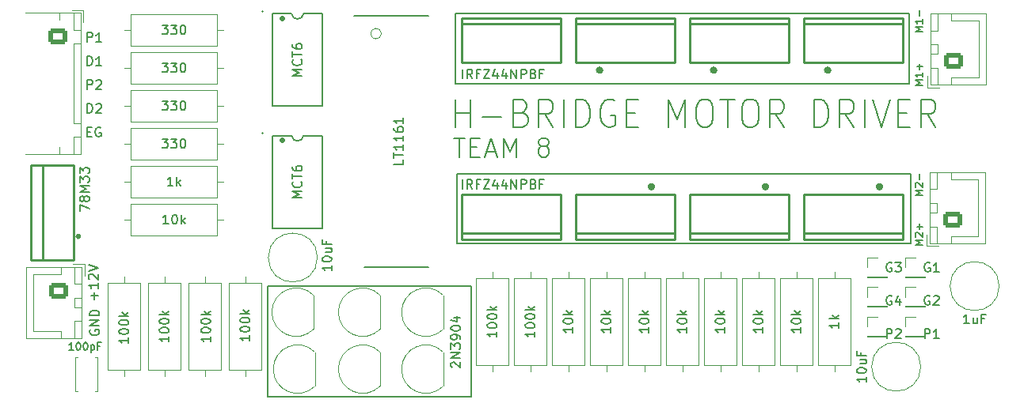
<source format=gto>
%TF.GenerationSoftware,KiCad,Pcbnew,9.0.2*%
%TF.CreationDate,2025-07-11T17:02:26-07:00*%
%TF.ProjectId,hbridge_rev,68627269-6467-4655-9f72-65762e6b6963,rev?*%
%TF.SameCoordinates,Original*%
%TF.FileFunction,Legend,Top*%
%TF.FilePolarity,Positive*%
%FSLAX46Y46*%
G04 Gerber Fmt 4.6, Leading zero omitted, Abs format (unit mm)*
G04 Created by KiCad (PCBNEW 9.0.2) date 2025-07-11 17:02:26*
%MOMM*%
%LPD*%
G01*
G04 APERTURE LIST*
G04 Aperture macros list*
%AMRoundRect*
0 Rectangle with rounded corners*
0 $1 Rounding radius*
0 $2 $3 $4 $5 $6 $7 $8 $9 X,Y pos of 4 corners*
0 Add a 4 corners polygon primitive as box body*
4,1,4,$2,$3,$4,$5,$6,$7,$8,$9,$2,$3,0*
0 Add four circle primitives for the rounded corners*
1,1,$1+$1,$2,$3*
1,1,$1+$1,$4,$5*
1,1,$1+$1,$6,$7*
1,1,$1+$1,$8,$9*
0 Add four rect primitives between the rounded corners*
20,1,$1+$1,$2,$3,$4,$5,0*
20,1,$1+$1,$4,$5,$6,$7,0*
20,1,$1+$1,$6,$7,$8,$9,0*
20,1,$1+$1,$8,$9,$2,$3,0*%
G04 Aperture macros list end*
%ADD10C,0.200000*%
%ADD11C,0.100000*%
%ADD12C,0.250000*%
%ADD13C,0.400000*%
%ADD14C,0.120000*%
%ADD15C,0.600000*%
%ADD16C,0.300000*%
%ADD17R,1.800000X2.600000*%
%ADD18O,1.800000X2.600000*%
%ADD19C,1.600000*%
%ADD20O,1.600000X1.600000*%
%ADD21R,1.500000X1.050000*%
%ADD22O,1.500000X1.050000*%
%ADD23R,1.350000X1.350000*%
%ADD24R,1.500000X1.500000*%
%ADD25C,1.500000*%
%ADD26C,1.200000*%
%ADD27RoundRect,0.250000X-0.750000X0.600000X-0.750000X-0.600000X0.750000X-0.600000X0.750000X0.600000X0*%
%ADD28O,2.000000X1.700000*%
%ADD29RoundRect,0.250000X0.750000X-0.600000X0.750000X0.600000X-0.750000X0.600000X-0.750000X-0.600000X0*%
%ADD30RoundRect,0.250000X-0.725000X0.600000X-0.725000X-0.600000X0.725000X-0.600000X0.725000X0.600000X0*%
%ADD31O,1.950000X1.700000*%
%ADD32R,1.500000X2.000000*%
%ADD33O,1.500000X2.000000*%
%ADD34R,1.133000X1.133000*%
%ADD35C,1.133000*%
G04 APERTURE END LIST*
D10*
X60325000Y-13970000D02*
X108839000Y-13970000D01*
X108839000Y-21463000D01*
X60325000Y-21463000D01*
X60325000Y-13970000D01*
X40259000Y-43180000D02*
X61976000Y-43180000D01*
X61976000Y-54991000D01*
X40259000Y-54991000D01*
X40259000Y-43180000D01*
D11*
X52383961Y-16129000D02*
G75*
G02*
X51248039Y-16129000I-567961J0D01*
G01*
X51248039Y-16129000D02*
G75*
G02*
X52383961Y-16129000I567961J0D01*
G01*
D10*
X60452000Y-31115000D02*
X108966000Y-31115000D01*
X108966000Y-38608000D01*
X60452000Y-38608000D01*
X60452000Y-31115000D01*
X110254695Y-21648945D02*
X109454695Y-21648945D01*
X109454695Y-21648945D02*
X110026123Y-21382279D01*
X110026123Y-21382279D02*
X109454695Y-21115612D01*
X109454695Y-21115612D02*
X110254695Y-21115612D01*
X110254695Y-20315612D02*
X110254695Y-20772755D01*
X110254695Y-20544183D02*
X109454695Y-20544183D01*
X109454695Y-20544183D02*
X109568980Y-20620374D01*
X109568980Y-20620374D02*
X109645171Y-20696564D01*
X109645171Y-20696564D02*
X109683266Y-20772755D01*
X109949933Y-19972754D02*
X109949933Y-19363231D01*
X110254695Y-19667992D02*
X109645171Y-19667992D01*
X111016482Y-40697838D02*
X110921244Y-40650219D01*
X110921244Y-40650219D02*
X110778387Y-40650219D01*
X110778387Y-40650219D02*
X110635530Y-40697838D01*
X110635530Y-40697838D02*
X110540292Y-40793076D01*
X110540292Y-40793076D02*
X110492673Y-40888314D01*
X110492673Y-40888314D02*
X110445054Y-41078790D01*
X110445054Y-41078790D02*
X110445054Y-41221647D01*
X110445054Y-41221647D02*
X110492673Y-41412123D01*
X110492673Y-41412123D02*
X110540292Y-41507361D01*
X110540292Y-41507361D02*
X110635530Y-41602600D01*
X110635530Y-41602600D02*
X110778387Y-41650219D01*
X110778387Y-41650219D02*
X110873625Y-41650219D01*
X110873625Y-41650219D02*
X111016482Y-41602600D01*
X111016482Y-41602600D02*
X111064101Y-41554980D01*
X111064101Y-41554980D02*
X111064101Y-41221647D01*
X111064101Y-41221647D02*
X110873625Y-41221647D01*
X112016482Y-41650219D02*
X111445054Y-41650219D01*
X111730768Y-41650219D02*
X111730768Y-40650219D01*
X111730768Y-40650219D02*
X111635530Y-40793076D01*
X111635530Y-40793076D02*
X111540292Y-40888314D01*
X111540292Y-40888314D02*
X111445054Y-40935933D01*
X110254695Y-38793945D02*
X109454695Y-38793945D01*
X109454695Y-38793945D02*
X110026123Y-38527279D01*
X110026123Y-38527279D02*
X109454695Y-38260612D01*
X109454695Y-38260612D02*
X110254695Y-38260612D01*
X109530885Y-37917755D02*
X109492790Y-37879659D01*
X109492790Y-37879659D02*
X109454695Y-37803469D01*
X109454695Y-37803469D02*
X109454695Y-37612993D01*
X109454695Y-37612993D02*
X109492790Y-37536802D01*
X109492790Y-37536802D02*
X109530885Y-37498707D01*
X109530885Y-37498707D02*
X109607076Y-37460612D01*
X109607076Y-37460612D02*
X109683266Y-37460612D01*
X109683266Y-37460612D02*
X109797552Y-37498707D01*
X109797552Y-37498707D02*
X110254695Y-37955850D01*
X110254695Y-37955850D02*
X110254695Y-37460612D01*
X109949933Y-37117754D02*
X109949933Y-36508231D01*
X110254695Y-36812992D02*
X109645171Y-36812992D01*
X20943673Y-24632219D02*
X20943673Y-23632219D01*
X20943673Y-23632219D02*
X21181768Y-23632219D01*
X21181768Y-23632219D02*
X21324625Y-23679838D01*
X21324625Y-23679838D02*
X21419863Y-23775076D01*
X21419863Y-23775076D02*
X21467482Y-23870314D01*
X21467482Y-23870314D02*
X21515101Y-24060790D01*
X21515101Y-24060790D02*
X21515101Y-24203647D01*
X21515101Y-24203647D02*
X21467482Y-24394123D01*
X21467482Y-24394123D02*
X21419863Y-24489361D01*
X21419863Y-24489361D02*
X21324625Y-24584600D01*
X21324625Y-24584600D02*
X21181768Y-24632219D01*
X21181768Y-24632219D02*
X20943673Y-24632219D01*
X21896054Y-23727457D02*
X21943673Y-23679838D01*
X21943673Y-23679838D02*
X22038911Y-23632219D01*
X22038911Y-23632219D02*
X22277006Y-23632219D01*
X22277006Y-23632219D02*
X22372244Y-23679838D01*
X22372244Y-23679838D02*
X22419863Y-23727457D01*
X22419863Y-23727457D02*
X22467482Y-23822695D01*
X22467482Y-23822695D02*
X22467482Y-23917933D01*
X22467482Y-23917933D02*
X22419863Y-24060790D01*
X22419863Y-24060790D02*
X21848435Y-24632219D01*
X21848435Y-24632219D02*
X22467482Y-24632219D01*
X106938482Y-40697838D02*
X106843244Y-40650219D01*
X106843244Y-40650219D02*
X106700387Y-40650219D01*
X106700387Y-40650219D02*
X106557530Y-40697838D01*
X106557530Y-40697838D02*
X106462292Y-40793076D01*
X106462292Y-40793076D02*
X106414673Y-40888314D01*
X106414673Y-40888314D02*
X106367054Y-41078790D01*
X106367054Y-41078790D02*
X106367054Y-41221647D01*
X106367054Y-41221647D02*
X106414673Y-41412123D01*
X106414673Y-41412123D02*
X106462292Y-41507361D01*
X106462292Y-41507361D02*
X106557530Y-41602600D01*
X106557530Y-41602600D02*
X106700387Y-41650219D01*
X106700387Y-41650219D02*
X106795625Y-41650219D01*
X106795625Y-41650219D02*
X106938482Y-41602600D01*
X106938482Y-41602600D02*
X106986101Y-41554980D01*
X106986101Y-41554980D02*
X106986101Y-41221647D01*
X106986101Y-41221647D02*
X106795625Y-41221647D01*
X107319435Y-40650219D02*
X107938482Y-40650219D01*
X107938482Y-40650219D02*
X107605149Y-41031171D01*
X107605149Y-41031171D02*
X107748006Y-41031171D01*
X107748006Y-41031171D02*
X107843244Y-41078790D01*
X107843244Y-41078790D02*
X107890863Y-41126409D01*
X107890863Y-41126409D02*
X107938482Y-41221647D01*
X107938482Y-41221647D02*
X107938482Y-41459742D01*
X107938482Y-41459742D02*
X107890863Y-41554980D01*
X107890863Y-41554980D02*
X107843244Y-41602600D01*
X107843244Y-41602600D02*
X107748006Y-41650219D01*
X107748006Y-41650219D02*
X107462292Y-41650219D01*
X107462292Y-41650219D02*
X107367054Y-41602600D01*
X107367054Y-41602600D02*
X107319435Y-41554980D01*
X20943673Y-17012219D02*
X20943673Y-16012219D01*
X20943673Y-16012219D02*
X21324625Y-16012219D01*
X21324625Y-16012219D02*
X21419863Y-16059838D01*
X21419863Y-16059838D02*
X21467482Y-16107457D01*
X21467482Y-16107457D02*
X21515101Y-16202695D01*
X21515101Y-16202695D02*
X21515101Y-16345552D01*
X21515101Y-16345552D02*
X21467482Y-16440790D01*
X21467482Y-16440790D02*
X21419863Y-16488409D01*
X21419863Y-16488409D02*
X21324625Y-16536028D01*
X21324625Y-16536028D02*
X20943673Y-16536028D01*
X22467482Y-17012219D02*
X21896054Y-17012219D01*
X22181768Y-17012219D02*
X22181768Y-16012219D01*
X22181768Y-16012219D02*
X22086530Y-16155076D01*
X22086530Y-16155076D02*
X21991292Y-16250314D01*
X21991292Y-16250314D02*
X21896054Y-16297933D01*
X20943673Y-19552219D02*
X20943673Y-18552219D01*
X20943673Y-18552219D02*
X21181768Y-18552219D01*
X21181768Y-18552219D02*
X21324625Y-18599838D01*
X21324625Y-18599838D02*
X21419863Y-18695076D01*
X21419863Y-18695076D02*
X21467482Y-18790314D01*
X21467482Y-18790314D02*
X21515101Y-18980790D01*
X21515101Y-18980790D02*
X21515101Y-19123647D01*
X21515101Y-19123647D02*
X21467482Y-19314123D01*
X21467482Y-19314123D02*
X21419863Y-19409361D01*
X21419863Y-19409361D02*
X21324625Y-19504600D01*
X21324625Y-19504600D02*
X21181768Y-19552219D01*
X21181768Y-19552219D02*
X20943673Y-19552219D01*
X22467482Y-19552219D02*
X21896054Y-19552219D01*
X22181768Y-19552219D02*
X22181768Y-18552219D01*
X22181768Y-18552219D02*
X22086530Y-18695076D01*
X22086530Y-18695076D02*
X21991292Y-18790314D01*
X21991292Y-18790314D02*
X21896054Y-18837933D01*
X61075673Y-20949219D02*
X61075673Y-19949219D01*
X62123291Y-20949219D02*
X61789958Y-20473028D01*
X61551863Y-20949219D02*
X61551863Y-19949219D01*
X61551863Y-19949219D02*
X61932815Y-19949219D01*
X61932815Y-19949219D02*
X62028053Y-19996838D01*
X62028053Y-19996838D02*
X62075672Y-20044457D01*
X62075672Y-20044457D02*
X62123291Y-20139695D01*
X62123291Y-20139695D02*
X62123291Y-20282552D01*
X62123291Y-20282552D02*
X62075672Y-20377790D01*
X62075672Y-20377790D02*
X62028053Y-20425409D01*
X62028053Y-20425409D02*
X61932815Y-20473028D01*
X61932815Y-20473028D02*
X61551863Y-20473028D01*
X62885196Y-20425409D02*
X62551863Y-20425409D01*
X62551863Y-20949219D02*
X62551863Y-19949219D01*
X62551863Y-19949219D02*
X63028053Y-19949219D01*
X63313768Y-19949219D02*
X63980434Y-19949219D01*
X63980434Y-19949219D02*
X63313768Y-20949219D01*
X63313768Y-20949219D02*
X63980434Y-20949219D01*
X64789958Y-20282552D02*
X64789958Y-20949219D01*
X64551863Y-19901600D02*
X64313768Y-20615885D01*
X64313768Y-20615885D02*
X64932815Y-20615885D01*
X65742339Y-20282552D02*
X65742339Y-20949219D01*
X65504244Y-19901600D02*
X65266149Y-20615885D01*
X65266149Y-20615885D02*
X65885196Y-20615885D01*
X66266149Y-20949219D02*
X66266149Y-19949219D01*
X66266149Y-19949219D02*
X66837577Y-20949219D01*
X66837577Y-20949219D02*
X66837577Y-19949219D01*
X67313768Y-20949219D02*
X67313768Y-19949219D01*
X67313768Y-19949219D02*
X67694720Y-19949219D01*
X67694720Y-19949219D02*
X67789958Y-19996838D01*
X67789958Y-19996838D02*
X67837577Y-20044457D01*
X67837577Y-20044457D02*
X67885196Y-20139695D01*
X67885196Y-20139695D02*
X67885196Y-20282552D01*
X67885196Y-20282552D02*
X67837577Y-20377790D01*
X67837577Y-20377790D02*
X67789958Y-20425409D01*
X67789958Y-20425409D02*
X67694720Y-20473028D01*
X67694720Y-20473028D02*
X67313768Y-20473028D01*
X68647101Y-20425409D02*
X68789958Y-20473028D01*
X68789958Y-20473028D02*
X68837577Y-20520647D01*
X68837577Y-20520647D02*
X68885196Y-20615885D01*
X68885196Y-20615885D02*
X68885196Y-20758742D01*
X68885196Y-20758742D02*
X68837577Y-20853980D01*
X68837577Y-20853980D02*
X68789958Y-20901600D01*
X68789958Y-20901600D02*
X68694720Y-20949219D01*
X68694720Y-20949219D02*
X68313768Y-20949219D01*
X68313768Y-20949219D02*
X68313768Y-19949219D01*
X68313768Y-19949219D02*
X68647101Y-19949219D01*
X68647101Y-19949219D02*
X68742339Y-19996838D01*
X68742339Y-19996838D02*
X68789958Y-20044457D01*
X68789958Y-20044457D02*
X68837577Y-20139695D01*
X68837577Y-20139695D02*
X68837577Y-20234933D01*
X68837577Y-20234933D02*
X68789958Y-20330171D01*
X68789958Y-20330171D02*
X68742339Y-20377790D01*
X68742339Y-20377790D02*
X68647101Y-20425409D01*
X68647101Y-20425409D02*
X68313768Y-20425409D01*
X69647101Y-20425409D02*
X69313768Y-20425409D01*
X69313768Y-20949219D02*
X69313768Y-19949219D01*
X69313768Y-19949219D02*
X69789958Y-19949219D01*
X110478673Y-48762219D02*
X110478673Y-47762219D01*
X110478673Y-47762219D02*
X110859625Y-47762219D01*
X110859625Y-47762219D02*
X110954863Y-47809838D01*
X110954863Y-47809838D02*
X111002482Y-47857457D01*
X111002482Y-47857457D02*
X111050101Y-47952695D01*
X111050101Y-47952695D02*
X111050101Y-48095552D01*
X111050101Y-48095552D02*
X111002482Y-48190790D01*
X111002482Y-48190790D02*
X110954863Y-48238409D01*
X110954863Y-48238409D02*
X110859625Y-48286028D01*
X110859625Y-48286028D02*
X110478673Y-48286028D01*
X112002482Y-48762219D02*
X111431054Y-48762219D01*
X111716768Y-48762219D02*
X111716768Y-47762219D01*
X111716768Y-47762219D02*
X111621530Y-47905076D01*
X111621530Y-47905076D02*
X111526292Y-48000314D01*
X111526292Y-48000314D02*
X111431054Y-48047933D01*
X60139054Y-27335838D02*
X61281911Y-27335838D01*
X60710482Y-29335838D02*
X60710482Y-27335838D01*
X61948578Y-28288219D02*
X62615245Y-28288219D01*
X62900959Y-29335838D02*
X61948578Y-29335838D01*
X61948578Y-29335838D02*
X61948578Y-27335838D01*
X61948578Y-27335838D02*
X62900959Y-27335838D01*
X63662864Y-28764409D02*
X64615245Y-28764409D01*
X63472388Y-29335838D02*
X64139054Y-27335838D01*
X64139054Y-27335838D02*
X64805721Y-29335838D01*
X65472388Y-29335838D02*
X65472388Y-27335838D01*
X65472388Y-27335838D02*
X66139055Y-28764409D01*
X66139055Y-28764409D02*
X66805721Y-27335838D01*
X66805721Y-27335838D02*
X66805721Y-29335838D01*
X69567626Y-28192980D02*
X69377150Y-28097742D01*
X69377150Y-28097742D02*
X69281912Y-28002504D01*
X69281912Y-28002504D02*
X69186674Y-27812028D01*
X69186674Y-27812028D02*
X69186674Y-27716790D01*
X69186674Y-27716790D02*
X69281912Y-27526314D01*
X69281912Y-27526314D02*
X69377150Y-27431076D01*
X69377150Y-27431076D02*
X69567626Y-27335838D01*
X69567626Y-27335838D02*
X69948579Y-27335838D01*
X69948579Y-27335838D02*
X70139055Y-27431076D01*
X70139055Y-27431076D02*
X70234293Y-27526314D01*
X70234293Y-27526314D02*
X70329531Y-27716790D01*
X70329531Y-27716790D02*
X70329531Y-27812028D01*
X70329531Y-27812028D02*
X70234293Y-28002504D01*
X70234293Y-28002504D02*
X70139055Y-28097742D01*
X70139055Y-28097742D02*
X69948579Y-28192980D01*
X69948579Y-28192980D02*
X69567626Y-28192980D01*
X69567626Y-28192980D02*
X69377150Y-28288219D01*
X69377150Y-28288219D02*
X69281912Y-28383457D01*
X69281912Y-28383457D02*
X69186674Y-28573933D01*
X69186674Y-28573933D02*
X69186674Y-28954885D01*
X69186674Y-28954885D02*
X69281912Y-29145361D01*
X69281912Y-29145361D02*
X69377150Y-29240600D01*
X69377150Y-29240600D02*
X69567626Y-29335838D01*
X69567626Y-29335838D02*
X69948579Y-29335838D01*
X69948579Y-29335838D02*
X70139055Y-29240600D01*
X70139055Y-29240600D02*
X70234293Y-29145361D01*
X70234293Y-29145361D02*
X70329531Y-28954885D01*
X70329531Y-28954885D02*
X70329531Y-28573933D01*
X70329531Y-28573933D02*
X70234293Y-28383457D01*
X70234293Y-28383457D02*
X70139055Y-28288219D01*
X70139055Y-28288219D02*
X69948579Y-28192980D01*
X106938482Y-44253838D02*
X106843244Y-44206219D01*
X106843244Y-44206219D02*
X106700387Y-44206219D01*
X106700387Y-44206219D02*
X106557530Y-44253838D01*
X106557530Y-44253838D02*
X106462292Y-44349076D01*
X106462292Y-44349076D02*
X106414673Y-44444314D01*
X106414673Y-44444314D02*
X106367054Y-44634790D01*
X106367054Y-44634790D02*
X106367054Y-44777647D01*
X106367054Y-44777647D02*
X106414673Y-44968123D01*
X106414673Y-44968123D02*
X106462292Y-45063361D01*
X106462292Y-45063361D02*
X106557530Y-45158600D01*
X106557530Y-45158600D02*
X106700387Y-45206219D01*
X106700387Y-45206219D02*
X106795625Y-45206219D01*
X106795625Y-45206219D02*
X106938482Y-45158600D01*
X106938482Y-45158600D02*
X106986101Y-45110980D01*
X106986101Y-45110980D02*
X106986101Y-44777647D01*
X106986101Y-44777647D02*
X106795625Y-44777647D01*
X107843244Y-44539552D02*
X107843244Y-45206219D01*
X107605149Y-44158600D02*
X107367054Y-44872885D01*
X107367054Y-44872885D02*
X107986101Y-44872885D01*
X20943673Y-26648409D02*
X21277006Y-26648409D01*
X21419863Y-27172219D02*
X20943673Y-27172219D01*
X20943673Y-27172219D02*
X20943673Y-26172219D01*
X20943673Y-26172219D02*
X21419863Y-26172219D01*
X22372244Y-26219838D02*
X22277006Y-26172219D01*
X22277006Y-26172219D02*
X22134149Y-26172219D01*
X22134149Y-26172219D02*
X21991292Y-26219838D01*
X21991292Y-26219838D02*
X21896054Y-26315076D01*
X21896054Y-26315076D02*
X21848435Y-26410314D01*
X21848435Y-26410314D02*
X21800816Y-26600790D01*
X21800816Y-26600790D02*
X21800816Y-26743647D01*
X21800816Y-26743647D02*
X21848435Y-26934123D01*
X21848435Y-26934123D02*
X21896054Y-27029361D01*
X21896054Y-27029361D02*
X21991292Y-27124600D01*
X21991292Y-27124600D02*
X22134149Y-27172219D01*
X22134149Y-27172219D02*
X22229387Y-27172219D01*
X22229387Y-27172219D02*
X22372244Y-27124600D01*
X22372244Y-27124600D02*
X22419863Y-27076980D01*
X22419863Y-27076980D02*
X22419863Y-26743647D01*
X22419863Y-26743647D02*
X22229387Y-26743647D01*
X59922457Y-51874945D02*
X59874838Y-51827326D01*
X59874838Y-51827326D02*
X59827219Y-51732088D01*
X59827219Y-51732088D02*
X59827219Y-51493993D01*
X59827219Y-51493993D02*
X59874838Y-51398755D01*
X59874838Y-51398755D02*
X59922457Y-51351136D01*
X59922457Y-51351136D02*
X60017695Y-51303517D01*
X60017695Y-51303517D02*
X60112933Y-51303517D01*
X60112933Y-51303517D02*
X60255790Y-51351136D01*
X60255790Y-51351136D02*
X60827219Y-51922564D01*
X60827219Y-51922564D02*
X60827219Y-51303517D01*
X60827219Y-50874945D02*
X59827219Y-50874945D01*
X59827219Y-50874945D02*
X60827219Y-50303517D01*
X60827219Y-50303517D02*
X59827219Y-50303517D01*
X59827219Y-49922564D02*
X59827219Y-49303517D01*
X59827219Y-49303517D02*
X60208171Y-49636850D01*
X60208171Y-49636850D02*
X60208171Y-49493993D01*
X60208171Y-49493993D02*
X60255790Y-49398755D01*
X60255790Y-49398755D02*
X60303409Y-49351136D01*
X60303409Y-49351136D02*
X60398647Y-49303517D01*
X60398647Y-49303517D02*
X60636742Y-49303517D01*
X60636742Y-49303517D02*
X60731980Y-49351136D01*
X60731980Y-49351136D02*
X60779600Y-49398755D01*
X60779600Y-49398755D02*
X60827219Y-49493993D01*
X60827219Y-49493993D02*
X60827219Y-49779707D01*
X60827219Y-49779707D02*
X60779600Y-49874945D01*
X60779600Y-49874945D02*
X60731980Y-49922564D01*
X60827219Y-48827326D02*
X60827219Y-48636850D01*
X60827219Y-48636850D02*
X60779600Y-48541612D01*
X60779600Y-48541612D02*
X60731980Y-48493993D01*
X60731980Y-48493993D02*
X60589123Y-48398755D01*
X60589123Y-48398755D02*
X60398647Y-48351136D01*
X60398647Y-48351136D02*
X60017695Y-48351136D01*
X60017695Y-48351136D02*
X59922457Y-48398755D01*
X59922457Y-48398755D02*
X59874838Y-48446374D01*
X59874838Y-48446374D02*
X59827219Y-48541612D01*
X59827219Y-48541612D02*
X59827219Y-48732088D01*
X59827219Y-48732088D02*
X59874838Y-48827326D01*
X59874838Y-48827326D02*
X59922457Y-48874945D01*
X59922457Y-48874945D02*
X60017695Y-48922564D01*
X60017695Y-48922564D02*
X60255790Y-48922564D01*
X60255790Y-48922564D02*
X60351028Y-48874945D01*
X60351028Y-48874945D02*
X60398647Y-48827326D01*
X60398647Y-48827326D02*
X60446266Y-48732088D01*
X60446266Y-48732088D02*
X60446266Y-48541612D01*
X60446266Y-48541612D02*
X60398647Y-48446374D01*
X60398647Y-48446374D02*
X60351028Y-48398755D01*
X60351028Y-48398755D02*
X60255790Y-48351136D01*
X59827219Y-47732088D02*
X59827219Y-47636850D01*
X59827219Y-47636850D02*
X59874838Y-47541612D01*
X59874838Y-47541612D02*
X59922457Y-47493993D01*
X59922457Y-47493993D02*
X60017695Y-47446374D01*
X60017695Y-47446374D02*
X60208171Y-47398755D01*
X60208171Y-47398755D02*
X60446266Y-47398755D01*
X60446266Y-47398755D02*
X60636742Y-47446374D01*
X60636742Y-47446374D02*
X60731980Y-47493993D01*
X60731980Y-47493993D02*
X60779600Y-47541612D01*
X60779600Y-47541612D02*
X60827219Y-47636850D01*
X60827219Y-47636850D02*
X60827219Y-47732088D01*
X60827219Y-47732088D02*
X60779600Y-47827326D01*
X60779600Y-47827326D02*
X60731980Y-47874945D01*
X60731980Y-47874945D02*
X60636742Y-47922564D01*
X60636742Y-47922564D02*
X60446266Y-47970183D01*
X60446266Y-47970183D02*
X60208171Y-47970183D01*
X60208171Y-47970183D02*
X60017695Y-47922564D01*
X60017695Y-47922564D02*
X59922457Y-47874945D01*
X59922457Y-47874945D02*
X59874838Y-47827326D01*
X59874838Y-47827326D02*
X59827219Y-47732088D01*
X60160552Y-46541612D02*
X60827219Y-46541612D01*
X59779600Y-46779707D02*
X60493885Y-47017802D01*
X60493885Y-47017802D02*
X60493885Y-46398755D01*
X20943673Y-22092219D02*
X20943673Y-21092219D01*
X20943673Y-21092219D02*
X21324625Y-21092219D01*
X21324625Y-21092219D02*
X21419863Y-21139838D01*
X21419863Y-21139838D02*
X21467482Y-21187457D01*
X21467482Y-21187457D02*
X21515101Y-21282695D01*
X21515101Y-21282695D02*
X21515101Y-21425552D01*
X21515101Y-21425552D02*
X21467482Y-21520790D01*
X21467482Y-21520790D02*
X21419863Y-21568409D01*
X21419863Y-21568409D02*
X21324625Y-21616028D01*
X21324625Y-21616028D02*
X20943673Y-21616028D01*
X21896054Y-21187457D02*
X21943673Y-21139838D01*
X21943673Y-21139838D02*
X22038911Y-21092219D01*
X22038911Y-21092219D02*
X22277006Y-21092219D01*
X22277006Y-21092219D02*
X22372244Y-21139838D01*
X22372244Y-21139838D02*
X22419863Y-21187457D01*
X22419863Y-21187457D02*
X22467482Y-21282695D01*
X22467482Y-21282695D02*
X22467482Y-21377933D01*
X22467482Y-21377933D02*
X22419863Y-21520790D01*
X22419863Y-21520790D02*
X21848435Y-22092219D01*
X21848435Y-22092219D02*
X22467482Y-22092219D01*
X21266838Y-47874517D02*
X21219219Y-47969755D01*
X21219219Y-47969755D02*
X21219219Y-48112612D01*
X21219219Y-48112612D02*
X21266838Y-48255469D01*
X21266838Y-48255469D02*
X21362076Y-48350707D01*
X21362076Y-48350707D02*
X21457314Y-48398326D01*
X21457314Y-48398326D02*
X21647790Y-48445945D01*
X21647790Y-48445945D02*
X21790647Y-48445945D01*
X21790647Y-48445945D02*
X21981123Y-48398326D01*
X21981123Y-48398326D02*
X22076361Y-48350707D01*
X22076361Y-48350707D02*
X22171600Y-48255469D01*
X22171600Y-48255469D02*
X22219219Y-48112612D01*
X22219219Y-48112612D02*
X22219219Y-48017374D01*
X22219219Y-48017374D02*
X22171600Y-47874517D01*
X22171600Y-47874517D02*
X22123980Y-47826898D01*
X22123980Y-47826898D02*
X21790647Y-47826898D01*
X21790647Y-47826898D02*
X21790647Y-48017374D01*
X22219219Y-47398326D02*
X21219219Y-47398326D01*
X21219219Y-47398326D02*
X22219219Y-46826898D01*
X22219219Y-46826898D02*
X21219219Y-46826898D01*
X22219219Y-46350707D02*
X21219219Y-46350707D01*
X21219219Y-46350707D02*
X21219219Y-46112612D01*
X21219219Y-46112612D02*
X21266838Y-45969755D01*
X21266838Y-45969755D02*
X21362076Y-45874517D01*
X21362076Y-45874517D02*
X21457314Y-45826898D01*
X21457314Y-45826898D02*
X21647790Y-45779279D01*
X21647790Y-45779279D02*
X21790647Y-45779279D01*
X21790647Y-45779279D02*
X21981123Y-45826898D01*
X21981123Y-45826898D02*
X22076361Y-45874517D01*
X22076361Y-45874517D02*
X22171600Y-45969755D01*
X22171600Y-45969755D02*
X22219219Y-46112612D01*
X22219219Y-46112612D02*
X22219219Y-46350707D01*
X21711266Y-44588326D02*
X21711266Y-43826422D01*
X22092219Y-44207374D02*
X21330314Y-44207374D01*
X22092219Y-42826422D02*
X22092219Y-43397850D01*
X22092219Y-43112136D02*
X21092219Y-43112136D01*
X21092219Y-43112136D02*
X21235076Y-43207374D01*
X21235076Y-43207374D02*
X21330314Y-43302612D01*
X21330314Y-43302612D02*
X21377933Y-43397850D01*
X21187457Y-42445469D02*
X21139838Y-42397850D01*
X21139838Y-42397850D02*
X21092219Y-42302612D01*
X21092219Y-42302612D02*
X21092219Y-42064517D01*
X21092219Y-42064517D02*
X21139838Y-41969279D01*
X21139838Y-41969279D02*
X21187457Y-41921660D01*
X21187457Y-41921660D02*
X21282695Y-41874041D01*
X21282695Y-41874041D02*
X21377933Y-41874041D01*
X21377933Y-41874041D02*
X21520790Y-41921660D01*
X21520790Y-41921660D02*
X22092219Y-42493088D01*
X22092219Y-42493088D02*
X22092219Y-41874041D01*
X21092219Y-41588326D02*
X22092219Y-41254993D01*
X22092219Y-41254993D02*
X21092219Y-40921660D01*
X111002482Y-44253838D02*
X110907244Y-44206219D01*
X110907244Y-44206219D02*
X110764387Y-44206219D01*
X110764387Y-44206219D02*
X110621530Y-44253838D01*
X110621530Y-44253838D02*
X110526292Y-44349076D01*
X110526292Y-44349076D02*
X110478673Y-44444314D01*
X110478673Y-44444314D02*
X110431054Y-44634790D01*
X110431054Y-44634790D02*
X110431054Y-44777647D01*
X110431054Y-44777647D02*
X110478673Y-44968123D01*
X110478673Y-44968123D02*
X110526292Y-45063361D01*
X110526292Y-45063361D02*
X110621530Y-45158600D01*
X110621530Y-45158600D02*
X110764387Y-45206219D01*
X110764387Y-45206219D02*
X110859625Y-45206219D01*
X110859625Y-45206219D02*
X111002482Y-45158600D01*
X111002482Y-45158600D02*
X111050101Y-45110980D01*
X111050101Y-45110980D02*
X111050101Y-44777647D01*
X111050101Y-44777647D02*
X110859625Y-44777647D01*
X111431054Y-44301457D02*
X111478673Y-44253838D01*
X111478673Y-44253838D02*
X111573911Y-44206219D01*
X111573911Y-44206219D02*
X111812006Y-44206219D01*
X111812006Y-44206219D02*
X111907244Y-44253838D01*
X111907244Y-44253838D02*
X111954863Y-44301457D01*
X111954863Y-44301457D02*
X112002482Y-44396695D01*
X112002482Y-44396695D02*
X112002482Y-44491933D01*
X112002482Y-44491933D02*
X111954863Y-44634790D01*
X111954863Y-44634790D02*
X111383435Y-45206219D01*
X111383435Y-45206219D02*
X112002482Y-45206219D01*
X110254695Y-15933945D02*
X109454695Y-15933945D01*
X109454695Y-15933945D02*
X110026123Y-15667279D01*
X110026123Y-15667279D02*
X109454695Y-15400612D01*
X109454695Y-15400612D02*
X110254695Y-15400612D01*
X110254695Y-14600612D02*
X110254695Y-15057755D01*
X110254695Y-14829183D02*
X109454695Y-14829183D01*
X109454695Y-14829183D02*
X109568980Y-14905374D01*
X109568980Y-14905374D02*
X109645171Y-14981564D01*
X109645171Y-14981564D02*
X109683266Y-15057755D01*
X109949933Y-14257754D02*
X109949933Y-13648231D01*
X61075673Y-32760219D02*
X61075673Y-31760219D01*
X62123291Y-32760219D02*
X61789958Y-32284028D01*
X61551863Y-32760219D02*
X61551863Y-31760219D01*
X61551863Y-31760219D02*
X61932815Y-31760219D01*
X61932815Y-31760219D02*
X62028053Y-31807838D01*
X62028053Y-31807838D02*
X62075672Y-31855457D01*
X62075672Y-31855457D02*
X62123291Y-31950695D01*
X62123291Y-31950695D02*
X62123291Y-32093552D01*
X62123291Y-32093552D02*
X62075672Y-32188790D01*
X62075672Y-32188790D02*
X62028053Y-32236409D01*
X62028053Y-32236409D02*
X61932815Y-32284028D01*
X61932815Y-32284028D02*
X61551863Y-32284028D01*
X62885196Y-32236409D02*
X62551863Y-32236409D01*
X62551863Y-32760219D02*
X62551863Y-31760219D01*
X62551863Y-31760219D02*
X63028053Y-31760219D01*
X63313768Y-31760219D02*
X63980434Y-31760219D01*
X63980434Y-31760219D02*
X63313768Y-32760219D01*
X63313768Y-32760219D02*
X63980434Y-32760219D01*
X64789958Y-32093552D02*
X64789958Y-32760219D01*
X64551863Y-31712600D02*
X64313768Y-32426885D01*
X64313768Y-32426885D02*
X64932815Y-32426885D01*
X65742339Y-32093552D02*
X65742339Y-32760219D01*
X65504244Y-31712600D02*
X65266149Y-32426885D01*
X65266149Y-32426885D02*
X65885196Y-32426885D01*
X66266149Y-32760219D02*
X66266149Y-31760219D01*
X66266149Y-31760219D02*
X66837577Y-32760219D01*
X66837577Y-32760219D02*
X66837577Y-31760219D01*
X67313768Y-32760219D02*
X67313768Y-31760219D01*
X67313768Y-31760219D02*
X67694720Y-31760219D01*
X67694720Y-31760219D02*
X67789958Y-31807838D01*
X67789958Y-31807838D02*
X67837577Y-31855457D01*
X67837577Y-31855457D02*
X67885196Y-31950695D01*
X67885196Y-31950695D02*
X67885196Y-32093552D01*
X67885196Y-32093552D02*
X67837577Y-32188790D01*
X67837577Y-32188790D02*
X67789958Y-32236409D01*
X67789958Y-32236409D02*
X67694720Y-32284028D01*
X67694720Y-32284028D02*
X67313768Y-32284028D01*
X68647101Y-32236409D02*
X68789958Y-32284028D01*
X68789958Y-32284028D02*
X68837577Y-32331647D01*
X68837577Y-32331647D02*
X68885196Y-32426885D01*
X68885196Y-32426885D02*
X68885196Y-32569742D01*
X68885196Y-32569742D02*
X68837577Y-32664980D01*
X68837577Y-32664980D02*
X68789958Y-32712600D01*
X68789958Y-32712600D02*
X68694720Y-32760219D01*
X68694720Y-32760219D02*
X68313768Y-32760219D01*
X68313768Y-32760219D02*
X68313768Y-31760219D01*
X68313768Y-31760219D02*
X68647101Y-31760219D01*
X68647101Y-31760219D02*
X68742339Y-31807838D01*
X68742339Y-31807838D02*
X68789958Y-31855457D01*
X68789958Y-31855457D02*
X68837577Y-31950695D01*
X68837577Y-31950695D02*
X68837577Y-32045933D01*
X68837577Y-32045933D02*
X68789958Y-32141171D01*
X68789958Y-32141171D02*
X68742339Y-32188790D01*
X68742339Y-32188790D02*
X68647101Y-32236409D01*
X68647101Y-32236409D02*
X68313768Y-32236409D01*
X69647101Y-32236409D02*
X69313768Y-32236409D01*
X69313768Y-32760219D02*
X69313768Y-31760219D01*
X69313768Y-31760219D02*
X69789958Y-31760219D01*
X106414673Y-48762219D02*
X106414673Y-47762219D01*
X106414673Y-47762219D02*
X106795625Y-47762219D01*
X106795625Y-47762219D02*
X106890863Y-47809838D01*
X106890863Y-47809838D02*
X106938482Y-47857457D01*
X106938482Y-47857457D02*
X106986101Y-47952695D01*
X106986101Y-47952695D02*
X106986101Y-48095552D01*
X106986101Y-48095552D02*
X106938482Y-48190790D01*
X106938482Y-48190790D02*
X106890863Y-48238409D01*
X106890863Y-48238409D02*
X106795625Y-48286028D01*
X106795625Y-48286028D02*
X106414673Y-48286028D01*
X107367054Y-47857457D02*
X107414673Y-47809838D01*
X107414673Y-47809838D02*
X107509911Y-47762219D01*
X107509911Y-47762219D02*
X107748006Y-47762219D01*
X107748006Y-47762219D02*
X107843244Y-47809838D01*
X107843244Y-47809838D02*
X107890863Y-47857457D01*
X107890863Y-47857457D02*
X107938482Y-47952695D01*
X107938482Y-47952695D02*
X107938482Y-48047933D01*
X107938482Y-48047933D02*
X107890863Y-48190790D01*
X107890863Y-48190790D02*
X107319435Y-48762219D01*
X107319435Y-48762219D02*
X107938482Y-48762219D01*
X54731219Y-29634136D02*
X54731219Y-30110326D01*
X54731219Y-30110326D02*
X53731219Y-30110326D01*
X53731219Y-29443659D02*
X53731219Y-28872231D01*
X54731219Y-29157945D02*
X53731219Y-29157945D01*
X54731219Y-28015088D02*
X54731219Y-28586516D01*
X54731219Y-28300802D02*
X53731219Y-28300802D01*
X53731219Y-28300802D02*
X53874076Y-28396040D01*
X53874076Y-28396040D02*
X53969314Y-28491278D01*
X53969314Y-28491278D02*
X54016933Y-28586516D01*
X54731219Y-27062707D02*
X54731219Y-27634135D01*
X54731219Y-27348421D02*
X53731219Y-27348421D01*
X53731219Y-27348421D02*
X53874076Y-27443659D01*
X53874076Y-27443659D02*
X53969314Y-27538897D01*
X53969314Y-27538897D02*
X54016933Y-27634135D01*
X53731219Y-26205564D02*
X53731219Y-26396040D01*
X53731219Y-26396040D02*
X53778838Y-26491278D01*
X53778838Y-26491278D02*
X53826457Y-26538897D01*
X53826457Y-26538897D02*
X53969314Y-26634135D01*
X53969314Y-26634135D02*
X54159790Y-26681754D01*
X54159790Y-26681754D02*
X54540742Y-26681754D01*
X54540742Y-26681754D02*
X54635980Y-26634135D01*
X54635980Y-26634135D02*
X54683600Y-26586516D01*
X54683600Y-26586516D02*
X54731219Y-26491278D01*
X54731219Y-26491278D02*
X54731219Y-26300802D01*
X54731219Y-26300802D02*
X54683600Y-26205564D01*
X54683600Y-26205564D02*
X54635980Y-26157945D01*
X54635980Y-26157945D02*
X54540742Y-26110326D01*
X54540742Y-26110326D02*
X54302647Y-26110326D01*
X54302647Y-26110326D02*
X54207409Y-26157945D01*
X54207409Y-26157945D02*
X54159790Y-26205564D01*
X54159790Y-26205564D02*
X54112171Y-26300802D01*
X54112171Y-26300802D02*
X54112171Y-26491278D01*
X54112171Y-26491278D02*
X54159790Y-26586516D01*
X54159790Y-26586516D02*
X54207409Y-26634135D01*
X54207409Y-26634135D02*
X54302647Y-26681754D01*
X54731219Y-25157945D02*
X54731219Y-25729373D01*
X54731219Y-25443659D02*
X53731219Y-25443659D01*
X53731219Y-25443659D02*
X53874076Y-25538897D01*
X53874076Y-25538897D02*
X53969314Y-25634135D01*
X53969314Y-25634135D02*
X54016933Y-25729373D01*
X110254695Y-33459945D02*
X109454695Y-33459945D01*
X109454695Y-33459945D02*
X110026123Y-33193279D01*
X110026123Y-33193279D02*
X109454695Y-32926612D01*
X109454695Y-32926612D02*
X110254695Y-32926612D01*
X109530885Y-32583755D02*
X109492790Y-32545659D01*
X109492790Y-32545659D02*
X109454695Y-32469469D01*
X109454695Y-32469469D02*
X109454695Y-32278993D01*
X109454695Y-32278993D02*
X109492790Y-32202802D01*
X109492790Y-32202802D02*
X109530885Y-32164707D01*
X109530885Y-32164707D02*
X109607076Y-32126612D01*
X109607076Y-32126612D02*
X109683266Y-32126612D01*
X109683266Y-32126612D02*
X109797552Y-32164707D01*
X109797552Y-32164707D02*
X110254695Y-32621850D01*
X110254695Y-32621850D02*
X110254695Y-32126612D01*
X109949933Y-31783754D02*
X109949933Y-31174231D01*
X60337435Y-26165457D02*
X60337435Y-23165457D01*
X60337435Y-24594028D02*
X61880292Y-24594028D01*
X61880292Y-26165457D02*
X61880292Y-23165457D01*
X63166006Y-25022600D02*
X65223149Y-25022600D01*
X67408863Y-24594028D02*
X67794577Y-24736885D01*
X67794577Y-24736885D02*
X67923148Y-24879742D01*
X67923148Y-24879742D02*
X68051720Y-25165457D01*
X68051720Y-25165457D02*
X68051720Y-25594028D01*
X68051720Y-25594028D02*
X67923148Y-25879742D01*
X67923148Y-25879742D02*
X67794577Y-26022600D01*
X67794577Y-26022600D02*
X67537434Y-26165457D01*
X67537434Y-26165457D02*
X66508863Y-26165457D01*
X66508863Y-26165457D02*
X66508863Y-23165457D01*
X66508863Y-23165457D02*
X67408863Y-23165457D01*
X67408863Y-23165457D02*
X67666006Y-23308314D01*
X67666006Y-23308314D02*
X67794577Y-23451171D01*
X67794577Y-23451171D02*
X67923148Y-23736885D01*
X67923148Y-23736885D02*
X67923148Y-24022600D01*
X67923148Y-24022600D02*
X67794577Y-24308314D01*
X67794577Y-24308314D02*
X67666006Y-24451171D01*
X67666006Y-24451171D02*
X67408863Y-24594028D01*
X67408863Y-24594028D02*
X66508863Y-24594028D01*
X70751720Y-26165457D02*
X69851720Y-24736885D01*
X69208863Y-26165457D02*
X69208863Y-23165457D01*
X69208863Y-23165457D02*
X70237434Y-23165457D01*
X70237434Y-23165457D02*
X70494577Y-23308314D01*
X70494577Y-23308314D02*
X70623148Y-23451171D01*
X70623148Y-23451171D02*
X70751720Y-23736885D01*
X70751720Y-23736885D02*
X70751720Y-24165457D01*
X70751720Y-24165457D02*
X70623148Y-24451171D01*
X70623148Y-24451171D02*
X70494577Y-24594028D01*
X70494577Y-24594028D02*
X70237434Y-24736885D01*
X70237434Y-24736885D02*
X69208863Y-24736885D01*
X71908863Y-26165457D02*
X71908863Y-23165457D01*
X73194577Y-26165457D02*
X73194577Y-23165457D01*
X73194577Y-23165457D02*
X73837434Y-23165457D01*
X73837434Y-23165457D02*
X74223148Y-23308314D01*
X74223148Y-23308314D02*
X74480291Y-23594028D01*
X74480291Y-23594028D02*
X74608862Y-23879742D01*
X74608862Y-23879742D02*
X74737434Y-24451171D01*
X74737434Y-24451171D02*
X74737434Y-24879742D01*
X74737434Y-24879742D02*
X74608862Y-25451171D01*
X74608862Y-25451171D02*
X74480291Y-25736885D01*
X74480291Y-25736885D02*
X74223148Y-26022600D01*
X74223148Y-26022600D02*
X73837434Y-26165457D01*
X73837434Y-26165457D02*
X73194577Y-26165457D01*
X77308862Y-23308314D02*
X77051720Y-23165457D01*
X77051720Y-23165457D02*
X76666005Y-23165457D01*
X76666005Y-23165457D02*
X76280291Y-23308314D01*
X76280291Y-23308314D02*
X76023148Y-23594028D01*
X76023148Y-23594028D02*
X75894577Y-23879742D01*
X75894577Y-23879742D02*
X75766005Y-24451171D01*
X75766005Y-24451171D02*
X75766005Y-24879742D01*
X75766005Y-24879742D02*
X75894577Y-25451171D01*
X75894577Y-25451171D02*
X76023148Y-25736885D01*
X76023148Y-25736885D02*
X76280291Y-26022600D01*
X76280291Y-26022600D02*
X76666005Y-26165457D01*
X76666005Y-26165457D02*
X76923148Y-26165457D01*
X76923148Y-26165457D02*
X77308862Y-26022600D01*
X77308862Y-26022600D02*
X77437434Y-25879742D01*
X77437434Y-25879742D02*
X77437434Y-24879742D01*
X77437434Y-24879742D02*
X76923148Y-24879742D01*
X78594577Y-24594028D02*
X79494577Y-24594028D01*
X79880291Y-26165457D02*
X78594577Y-26165457D01*
X78594577Y-26165457D02*
X78594577Y-23165457D01*
X78594577Y-23165457D02*
X79880291Y-23165457D01*
X83094577Y-26165457D02*
X83094577Y-23165457D01*
X83094577Y-23165457D02*
X83994577Y-25308314D01*
X83994577Y-25308314D02*
X84894577Y-23165457D01*
X84894577Y-23165457D02*
X84894577Y-26165457D01*
X86694576Y-23165457D02*
X87208862Y-23165457D01*
X87208862Y-23165457D02*
X87466005Y-23308314D01*
X87466005Y-23308314D02*
X87723148Y-23594028D01*
X87723148Y-23594028D02*
X87851719Y-24165457D01*
X87851719Y-24165457D02*
X87851719Y-25165457D01*
X87851719Y-25165457D02*
X87723148Y-25736885D01*
X87723148Y-25736885D02*
X87466005Y-26022600D01*
X87466005Y-26022600D02*
X87208862Y-26165457D01*
X87208862Y-26165457D02*
X86694576Y-26165457D01*
X86694576Y-26165457D02*
X86437434Y-26022600D01*
X86437434Y-26022600D02*
X86180291Y-25736885D01*
X86180291Y-25736885D02*
X86051719Y-25165457D01*
X86051719Y-25165457D02*
X86051719Y-24165457D01*
X86051719Y-24165457D02*
X86180291Y-23594028D01*
X86180291Y-23594028D02*
X86437434Y-23308314D01*
X86437434Y-23308314D02*
X86694576Y-23165457D01*
X88623147Y-23165457D02*
X90166005Y-23165457D01*
X89394576Y-26165457D02*
X89394576Y-23165457D01*
X91580290Y-23165457D02*
X92094576Y-23165457D01*
X92094576Y-23165457D02*
X92351719Y-23308314D01*
X92351719Y-23308314D02*
X92608862Y-23594028D01*
X92608862Y-23594028D02*
X92737433Y-24165457D01*
X92737433Y-24165457D02*
X92737433Y-25165457D01*
X92737433Y-25165457D02*
X92608862Y-25736885D01*
X92608862Y-25736885D02*
X92351719Y-26022600D01*
X92351719Y-26022600D02*
X92094576Y-26165457D01*
X92094576Y-26165457D02*
X91580290Y-26165457D01*
X91580290Y-26165457D02*
X91323148Y-26022600D01*
X91323148Y-26022600D02*
X91066005Y-25736885D01*
X91066005Y-25736885D02*
X90937433Y-25165457D01*
X90937433Y-25165457D02*
X90937433Y-24165457D01*
X90937433Y-24165457D02*
X91066005Y-23594028D01*
X91066005Y-23594028D02*
X91323148Y-23308314D01*
X91323148Y-23308314D02*
X91580290Y-23165457D01*
X95437433Y-26165457D02*
X94537433Y-24736885D01*
X93894576Y-26165457D02*
X93894576Y-23165457D01*
X93894576Y-23165457D02*
X94923147Y-23165457D01*
X94923147Y-23165457D02*
X95180290Y-23308314D01*
X95180290Y-23308314D02*
X95308861Y-23451171D01*
X95308861Y-23451171D02*
X95437433Y-23736885D01*
X95437433Y-23736885D02*
X95437433Y-24165457D01*
X95437433Y-24165457D02*
X95308861Y-24451171D01*
X95308861Y-24451171D02*
X95180290Y-24594028D01*
X95180290Y-24594028D02*
X94923147Y-24736885D01*
X94923147Y-24736885D02*
X93894576Y-24736885D01*
X98651719Y-26165457D02*
X98651719Y-23165457D01*
X98651719Y-23165457D02*
X99294576Y-23165457D01*
X99294576Y-23165457D02*
X99680290Y-23308314D01*
X99680290Y-23308314D02*
X99937433Y-23594028D01*
X99937433Y-23594028D02*
X100066004Y-23879742D01*
X100066004Y-23879742D02*
X100194576Y-24451171D01*
X100194576Y-24451171D02*
X100194576Y-24879742D01*
X100194576Y-24879742D02*
X100066004Y-25451171D01*
X100066004Y-25451171D02*
X99937433Y-25736885D01*
X99937433Y-25736885D02*
X99680290Y-26022600D01*
X99680290Y-26022600D02*
X99294576Y-26165457D01*
X99294576Y-26165457D02*
X98651719Y-26165457D01*
X102894576Y-26165457D02*
X101994576Y-24736885D01*
X101351719Y-26165457D02*
X101351719Y-23165457D01*
X101351719Y-23165457D02*
X102380290Y-23165457D01*
X102380290Y-23165457D02*
X102637433Y-23308314D01*
X102637433Y-23308314D02*
X102766004Y-23451171D01*
X102766004Y-23451171D02*
X102894576Y-23736885D01*
X102894576Y-23736885D02*
X102894576Y-24165457D01*
X102894576Y-24165457D02*
X102766004Y-24451171D01*
X102766004Y-24451171D02*
X102637433Y-24594028D01*
X102637433Y-24594028D02*
X102380290Y-24736885D01*
X102380290Y-24736885D02*
X101351719Y-24736885D01*
X104051719Y-26165457D02*
X104051719Y-23165457D01*
X104951718Y-23165457D02*
X105851718Y-26165457D01*
X105851718Y-26165457D02*
X106751718Y-23165457D01*
X107651719Y-24594028D02*
X108551719Y-24594028D01*
X108937433Y-26165457D02*
X107651719Y-26165457D01*
X107651719Y-26165457D02*
X107651719Y-23165457D01*
X107651719Y-23165457D02*
X108937433Y-23165457D01*
X111637433Y-26165457D02*
X110737433Y-24736885D01*
X110094576Y-26165457D02*
X110094576Y-23165457D01*
X110094576Y-23165457D02*
X111123147Y-23165457D01*
X111123147Y-23165457D02*
X111380290Y-23308314D01*
X111380290Y-23308314D02*
X111508861Y-23451171D01*
X111508861Y-23451171D02*
X111637433Y-23736885D01*
X111637433Y-23736885D02*
X111637433Y-24165457D01*
X111637433Y-24165457D02*
X111508861Y-24451171D01*
X111508861Y-24451171D02*
X111380290Y-24594028D01*
X111380290Y-24594028D02*
X111123147Y-24736885D01*
X111123147Y-24736885D02*
X110094576Y-24736885D01*
X30106952Y-32456219D02*
X29535524Y-32456219D01*
X29821238Y-32456219D02*
X29821238Y-31456219D01*
X29821238Y-31456219D02*
X29726000Y-31599076D01*
X29726000Y-31599076D02*
X29630762Y-31694314D01*
X29630762Y-31694314D02*
X29535524Y-31741933D01*
X30535524Y-32456219D02*
X30535524Y-31456219D01*
X30630762Y-32075266D02*
X30916476Y-32456219D01*
X30916476Y-31789552D02*
X30535524Y-32170504D01*
X43886219Y-33694475D02*
X42886219Y-33694475D01*
X42886219Y-33694475D02*
X43600504Y-33361142D01*
X43600504Y-33361142D02*
X42886219Y-33027809D01*
X42886219Y-33027809D02*
X43886219Y-33027809D01*
X43790980Y-31980190D02*
X43838600Y-32027809D01*
X43838600Y-32027809D02*
X43886219Y-32170666D01*
X43886219Y-32170666D02*
X43886219Y-32265904D01*
X43886219Y-32265904D02*
X43838600Y-32408761D01*
X43838600Y-32408761D02*
X43743361Y-32503999D01*
X43743361Y-32503999D02*
X43648123Y-32551618D01*
X43648123Y-32551618D02*
X43457647Y-32599237D01*
X43457647Y-32599237D02*
X43314790Y-32599237D01*
X43314790Y-32599237D02*
X43124314Y-32551618D01*
X43124314Y-32551618D02*
X43029076Y-32503999D01*
X43029076Y-32503999D02*
X42933838Y-32408761D01*
X42933838Y-32408761D02*
X42886219Y-32265904D01*
X42886219Y-32265904D02*
X42886219Y-32170666D01*
X42886219Y-32170666D02*
X42933838Y-32027809D01*
X42933838Y-32027809D02*
X42981457Y-31980190D01*
X42886219Y-31694475D02*
X42886219Y-31123047D01*
X43886219Y-31408761D02*
X42886219Y-31408761D01*
X42886219Y-30361142D02*
X42886219Y-30551618D01*
X42886219Y-30551618D02*
X42933838Y-30646856D01*
X42933838Y-30646856D02*
X42981457Y-30694475D01*
X42981457Y-30694475D02*
X43124314Y-30789713D01*
X43124314Y-30789713D02*
X43314790Y-30837332D01*
X43314790Y-30837332D02*
X43695742Y-30837332D01*
X43695742Y-30837332D02*
X43790980Y-30789713D01*
X43790980Y-30789713D02*
X43838600Y-30742094D01*
X43838600Y-30742094D02*
X43886219Y-30646856D01*
X43886219Y-30646856D02*
X43886219Y-30456380D01*
X43886219Y-30456380D02*
X43838600Y-30361142D01*
X43838600Y-30361142D02*
X43790980Y-30313523D01*
X43790980Y-30313523D02*
X43695742Y-30265904D01*
X43695742Y-30265904D02*
X43457647Y-30265904D01*
X43457647Y-30265904D02*
X43362409Y-30313523D01*
X43362409Y-30313523D02*
X43314790Y-30361142D01*
X43314790Y-30361142D02*
X43267171Y-30456380D01*
X43267171Y-30456380D02*
X43267171Y-30646856D01*
X43267171Y-30646856D02*
X43314790Y-30742094D01*
X43314790Y-30742094D02*
X43362409Y-30789713D01*
X43362409Y-30789713D02*
X43457647Y-30837332D01*
X115212761Y-47188219D02*
X114641333Y-47188219D01*
X114927047Y-47188219D02*
X114927047Y-46188219D01*
X114927047Y-46188219D02*
X114831809Y-46331076D01*
X114831809Y-46331076D02*
X114736571Y-46426314D01*
X114736571Y-46426314D02*
X114641333Y-46473933D01*
X116069904Y-46521552D02*
X116069904Y-47188219D01*
X115641333Y-46521552D02*
X115641333Y-47045361D01*
X115641333Y-47045361D02*
X115688952Y-47140600D01*
X115688952Y-47140600D02*
X115784190Y-47188219D01*
X115784190Y-47188219D02*
X115927047Y-47188219D01*
X115927047Y-47188219D02*
X116022285Y-47140600D01*
X116022285Y-47140600D02*
X116069904Y-47092980D01*
X116879428Y-46664409D02*
X116546095Y-46664409D01*
X116546095Y-47188219D02*
X116546095Y-46188219D01*
X116546095Y-46188219D02*
X117022285Y-46188219D01*
X34107219Y-48569428D02*
X34107219Y-49140856D01*
X34107219Y-48855142D02*
X33107219Y-48855142D01*
X33107219Y-48855142D02*
X33250076Y-48950380D01*
X33250076Y-48950380D02*
X33345314Y-49045618D01*
X33345314Y-49045618D02*
X33392933Y-49140856D01*
X33107219Y-47950380D02*
X33107219Y-47855142D01*
X33107219Y-47855142D02*
X33154838Y-47759904D01*
X33154838Y-47759904D02*
X33202457Y-47712285D01*
X33202457Y-47712285D02*
X33297695Y-47664666D01*
X33297695Y-47664666D02*
X33488171Y-47617047D01*
X33488171Y-47617047D02*
X33726266Y-47617047D01*
X33726266Y-47617047D02*
X33916742Y-47664666D01*
X33916742Y-47664666D02*
X34011980Y-47712285D01*
X34011980Y-47712285D02*
X34059600Y-47759904D01*
X34059600Y-47759904D02*
X34107219Y-47855142D01*
X34107219Y-47855142D02*
X34107219Y-47950380D01*
X34107219Y-47950380D02*
X34059600Y-48045618D01*
X34059600Y-48045618D02*
X34011980Y-48093237D01*
X34011980Y-48093237D02*
X33916742Y-48140856D01*
X33916742Y-48140856D02*
X33726266Y-48188475D01*
X33726266Y-48188475D02*
X33488171Y-48188475D01*
X33488171Y-48188475D02*
X33297695Y-48140856D01*
X33297695Y-48140856D02*
X33202457Y-48093237D01*
X33202457Y-48093237D02*
X33154838Y-48045618D01*
X33154838Y-48045618D02*
X33107219Y-47950380D01*
X33107219Y-46997999D02*
X33107219Y-46902761D01*
X33107219Y-46902761D02*
X33154838Y-46807523D01*
X33154838Y-46807523D02*
X33202457Y-46759904D01*
X33202457Y-46759904D02*
X33297695Y-46712285D01*
X33297695Y-46712285D02*
X33488171Y-46664666D01*
X33488171Y-46664666D02*
X33726266Y-46664666D01*
X33726266Y-46664666D02*
X33916742Y-46712285D01*
X33916742Y-46712285D02*
X34011980Y-46759904D01*
X34011980Y-46759904D02*
X34059600Y-46807523D01*
X34059600Y-46807523D02*
X34107219Y-46902761D01*
X34107219Y-46902761D02*
X34107219Y-46997999D01*
X34107219Y-46997999D02*
X34059600Y-47093237D01*
X34059600Y-47093237D02*
X34011980Y-47140856D01*
X34011980Y-47140856D02*
X33916742Y-47188475D01*
X33916742Y-47188475D02*
X33726266Y-47236094D01*
X33726266Y-47236094D02*
X33488171Y-47236094D01*
X33488171Y-47236094D02*
X33297695Y-47188475D01*
X33297695Y-47188475D02*
X33202457Y-47140856D01*
X33202457Y-47140856D02*
X33154838Y-47093237D01*
X33154838Y-47093237D02*
X33107219Y-46997999D01*
X34107219Y-46236094D02*
X33107219Y-46236094D01*
X33726266Y-46140856D02*
X34107219Y-45855142D01*
X33440552Y-45855142D02*
X33821504Y-46236094D01*
X19462904Y-50016695D02*
X19005761Y-50016695D01*
X19234333Y-50016695D02*
X19234333Y-49216695D01*
X19234333Y-49216695D02*
X19158142Y-49330980D01*
X19158142Y-49330980D02*
X19081952Y-49407171D01*
X19081952Y-49407171D02*
X19005761Y-49445266D01*
X19958143Y-49216695D02*
X20034333Y-49216695D01*
X20034333Y-49216695D02*
X20110524Y-49254790D01*
X20110524Y-49254790D02*
X20148619Y-49292885D01*
X20148619Y-49292885D02*
X20186714Y-49369076D01*
X20186714Y-49369076D02*
X20224809Y-49521457D01*
X20224809Y-49521457D02*
X20224809Y-49711933D01*
X20224809Y-49711933D02*
X20186714Y-49864314D01*
X20186714Y-49864314D02*
X20148619Y-49940504D01*
X20148619Y-49940504D02*
X20110524Y-49978600D01*
X20110524Y-49978600D02*
X20034333Y-50016695D01*
X20034333Y-50016695D02*
X19958143Y-50016695D01*
X19958143Y-50016695D02*
X19881952Y-49978600D01*
X19881952Y-49978600D02*
X19843857Y-49940504D01*
X19843857Y-49940504D02*
X19805762Y-49864314D01*
X19805762Y-49864314D02*
X19767666Y-49711933D01*
X19767666Y-49711933D02*
X19767666Y-49521457D01*
X19767666Y-49521457D02*
X19805762Y-49369076D01*
X19805762Y-49369076D02*
X19843857Y-49292885D01*
X19843857Y-49292885D02*
X19881952Y-49254790D01*
X19881952Y-49254790D02*
X19958143Y-49216695D01*
X20720048Y-49216695D02*
X20796238Y-49216695D01*
X20796238Y-49216695D02*
X20872429Y-49254790D01*
X20872429Y-49254790D02*
X20910524Y-49292885D01*
X20910524Y-49292885D02*
X20948619Y-49369076D01*
X20948619Y-49369076D02*
X20986714Y-49521457D01*
X20986714Y-49521457D02*
X20986714Y-49711933D01*
X20986714Y-49711933D02*
X20948619Y-49864314D01*
X20948619Y-49864314D02*
X20910524Y-49940504D01*
X20910524Y-49940504D02*
X20872429Y-49978600D01*
X20872429Y-49978600D02*
X20796238Y-50016695D01*
X20796238Y-50016695D02*
X20720048Y-50016695D01*
X20720048Y-50016695D02*
X20643857Y-49978600D01*
X20643857Y-49978600D02*
X20605762Y-49940504D01*
X20605762Y-49940504D02*
X20567667Y-49864314D01*
X20567667Y-49864314D02*
X20529571Y-49711933D01*
X20529571Y-49711933D02*
X20529571Y-49521457D01*
X20529571Y-49521457D02*
X20567667Y-49369076D01*
X20567667Y-49369076D02*
X20605762Y-49292885D01*
X20605762Y-49292885D02*
X20643857Y-49254790D01*
X20643857Y-49254790D02*
X20720048Y-49216695D01*
X21329572Y-49483361D02*
X21329572Y-50283361D01*
X21329572Y-49521457D02*
X21405762Y-49483361D01*
X21405762Y-49483361D02*
X21558143Y-49483361D01*
X21558143Y-49483361D02*
X21634334Y-49521457D01*
X21634334Y-49521457D02*
X21672429Y-49559552D01*
X21672429Y-49559552D02*
X21710524Y-49635742D01*
X21710524Y-49635742D02*
X21710524Y-49864314D01*
X21710524Y-49864314D02*
X21672429Y-49940504D01*
X21672429Y-49940504D02*
X21634334Y-49978600D01*
X21634334Y-49978600D02*
X21558143Y-50016695D01*
X21558143Y-50016695D02*
X21405762Y-50016695D01*
X21405762Y-50016695D02*
X21329572Y-49978600D01*
X22320048Y-49597647D02*
X22053382Y-49597647D01*
X22053382Y-50016695D02*
X22053382Y-49216695D01*
X22053382Y-49216695D02*
X22434334Y-49216695D01*
X80970219Y-47585238D02*
X80970219Y-48156666D01*
X80970219Y-47870952D02*
X79970219Y-47870952D01*
X79970219Y-47870952D02*
X80113076Y-47966190D01*
X80113076Y-47966190D02*
X80208314Y-48061428D01*
X80208314Y-48061428D02*
X80255933Y-48156666D01*
X79970219Y-46966190D02*
X79970219Y-46870952D01*
X79970219Y-46870952D02*
X80017838Y-46775714D01*
X80017838Y-46775714D02*
X80065457Y-46728095D01*
X80065457Y-46728095D02*
X80160695Y-46680476D01*
X80160695Y-46680476D02*
X80351171Y-46632857D01*
X80351171Y-46632857D02*
X80589266Y-46632857D01*
X80589266Y-46632857D02*
X80779742Y-46680476D01*
X80779742Y-46680476D02*
X80874980Y-46728095D01*
X80874980Y-46728095D02*
X80922600Y-46775714D01*
X80922600Y-46775714D02*
X80970219Y-46870952D01*
X80970219Y-46870952D02*
X80970219Y-46966190D01*
X80970219Y-46966190D02*
X80922600Y-47061428D01*
X80922600Y-47061428D02*
X80874980Y-47109047D01*
X80874980Y-47109047D02*
X80779742Y-47156666D01*
X80779742Y-47156666D02*
X80589266Y-47204285D01*
X80589266Y-47204285D02*
X80351171Y-47204285D01*
X80351171Y-47204285D02*
X80160695Y-47156666D01*
X80160695Y-47156666D02*
X80065457Y-47109047D01*
X80065457Y-47109047D02*
X80017838Y-47061428D01*
X80017838Y-47061428D02*
X79970219Y-46966190D01*
X80970219Y-46204285D02*
X79970219Y-46204285D01*
X80589266Y-46109047D02*
X80970219Y-45823333D01*
X80303552Y-45823333D02*
X80684504Y-46204285D01*
X85034219Y-47585238D02*
X85034219Y-48156666D01*
X85034219Y-47870952D02*
X84034219Y-47870952D01*
X84034219Y-47870952D02*
X84177076Y-47966190D01*
X84177076Y-47966190D02*
X84272314Y-48061428D01*
X84272314Y-48061428D02*
X84319933Y-48156666D01*
X84034219Y-46966190D02*
X84034219Y-46870952D01*
X84034219Y-46870952D02*
X84081838Y-46775714D01*
X84081838Y-46775714D02*
X84129457Y-46728095D01*
X84129457Y-46728095D02*
X84224695Y-46680476D01*
X84224695Y-46680476D02*
X84415171Y-46632857D01*
X84415171Y-46632857D02*
X84653266Y-46632857D01*
X84653266Y-46632857D02*
X84843742Y-46680476D01*
X84843742Y-46680476D02*
X84938980Y-46728095D01*
X84938980Y-46728095D02*
X84986600Y-46775714D01*
X84986600Y-46775714D02*
X85034219Y-46870952D01*
X85034219Y-46870952D02*
X85034219Y-46966190D01*
X85034219Y-46966190D02*
X84986600Y-47061428D01*
X84986600Y-47061428D02*
X84938980Y-47109047D01*
X84938980Y-47109047D02*
X84843742Y-47156666D01*
X84843742Y-47156666D02*
X84653266Y-47204285D01*
X84653266Y-47204285D02*
X84415171Y-47204285D01*
X84415171Y-47204285D02*
X84224695Y-47156666D01*
X84224695Y-47156666D02*
X84129457Y-47109047D01*
X84129457Y-47109047D02*
X84081838Y-47061428D01*
X84081838Y-47061428D02*
X84034219Y-46966190D01*
X85034219Y-46204285D02*
X84034219Y-46204285D01*
X84653266Y-46109047D02*
X85034219Y-45823333D01*
X84367552Y-45823333D02*
X84748504Y-46204285D01*
X64714219Y-48061428D02*
X64714219Y-48632856D01*
X64714219Y-48347142D02*
X63714219Y-48347142D01*
X63714219Y-48347142D02*
X63857076Y-48442380D01*
X63857076Y-48442380D02*
X63952314Y-48537618D01*
X63952314Y-48537618D02*
X63999933Y-48632856D01*
X63714219Y-47442380D02*
X63714219Y-47347142D01*
X63714219Y-47347142D02*
X63761838Y-47251904D01*
X63761838Y-47251904D02*
X63809457Y-47204285D01*
X63809457Y-47204285D02*
X63904695Y-47156666D01*
X63904695Y-47156666D02*
X64095171Y-47109047D01*
X64095171Y-47109047D02*
X64333266Y-47109047D01*
X64333266Y-47109047D02*
X64523742Y-47156666D01*
X64523742Y-47156666D02*
X64618980Y-47204285D01*
X64618980Y-47204285D02*
X64666600Y-47251904D01*
X64666600Y-47251904D02*
X64714219Y-47347142D01*
X64714219Y-47347142D02*
X64714219Y-47442380D01*
X64714219Y-47442380D02*
X64666600Y-47537618D01*
X64666600Y-47537618D02*
X64618980Y-47585237D01*
X64618980Y-47585237D02*
X64523742Y-47632856D01*
X64523742Y-47632856D02*
X64333266Y-47680475D01*
X64333266Y-47680475D02*
X64095171Y-47680475D01*
X64095171Y-47680475D02*
X63904695Y-47632856D01*
X63904695Y-47632856D02*
X63809457Y-47585237D01*
X63809457Y-47585237D02*
X63761838Y-47537618D01*
X63761838Y-47537618D02*
X63714219Y-47442380D01*
X63714219Y-46489999D02*
X63714219Y-46394761D01*
X63714219Y-46394761D02*
X63761838Y-46299523D01*
X63761838Y-46299523D02*
X63809457Y-46251904D01*
X63809457Y-46251904D02*
X63904695Y-46204285D01*
X63904695Y-46204285D02*
X64095171Y-46156666D01*
X64095171Y-46156666D02*
X64333266Y-46156666D01*
X64333266Y-46156666D02*
X64523742Y-46204285D01*
X64523742Y-46204285D02*
X64618980Y-46251904D01*
X64618980Y-46251904D02*
X64666600Y-46299523D01*
X64666600Y-46299523D02*
X64714219Y-46394761D01*
X64714219Y-46394761D02*
X64714219Y-46489999D01*
X64714219Y-46489999D02*
X64666600Y-46585237D01*
X64666600Y-46585237D02*
X64618980Y-46632856D01*
X64618980Y-46632856D02*
X64523742Y-46680475D01*
X64523742Y-46680475D02*
X64333266Y-46728094D01*
X64333266Y-46728094D02*
X64095171Y-46728094D01*
X64095171Y-46728094D02*
X63904695Y-46680475D01*
X63904695Y-46680475D02*
X63809457Y-46632856D01*
X63809457Y-46632856D02*
X63761838Y-46585237D01*
X63761838Y-46585237D02*
X63714219Y-46489999D01*
X64714219Y-45728094D02*
X63714219Y-45728094D01*
X64333266Y-45632856D02*
X64714219Y-45347142D01*
X64047552Y-45347142D02*
X64428504Y-45728094D01*
X28940286Y-27392219D02*
X29559333Y-27392219D01*
X29559333Y-27392219D02*
X29226000Y-27773171D01*
X29226000Y-27773171D02*
X29368857Y-27773171D01*
X29368857Y-27773171D02*
X29464095Y-27820790D01*
X29464095Y-27820790D02*
X29511714Y-27868409D01*
X29511714Y-27868409D02*
X29559333Y-27963647D01*
X29559333Y-27963647D02*
X29559333Y-28201742D01*
X29559333Y-28201742D02*
X29511714Y-28296980D01*
X29511714Y-28296980D02*
X29464095Y-28344600D01*
X29464095Y-28344600D02*
X29368857Y-28392219D01*
X29368857Y-28392219D02*
X29083143Y-28392219D01*
X29083143Y-28392219D02*
X28987905Y-28344600D01*
X28987905Y-28344600D02*
X28940286Y-28296980D01*
X29892667Y-27392219D02*
X30511714Y-27392219D01*
X30511714Y-27392219D02*
X30178381Y-27773171D01*
X30178381Y-27773171D02*
X30321238Y-27773171D01*
X30321238Y-27773171D02*
X30416476Y-27820790D01*
X30416476Y-27820790D02*
X30464095Y-27868409D01*
X30464095Y-27868409D02*
X30511714Y-27963647D01*
X30511714Y-27963647D02*
X30511714Y-28201742D01*
X30511714Y-28201742D02*
X30464095Y-28296980D01*
X30464095Y-28296980D02*
X30416476Y-28344600D01*
X30416476Y-28344600D02*
X30321238Y-28392219D01*
X30321238Y-28392219D02*
X30035524Y-28392219D01*
X30035524Y-28392219D02*
X29940286Y-28344600D01*
X29940286Y-28344600D02*
X29892667Y-28296980D01*
X31130762Y-27392219D02*
X31226000Y-27392219D01*
X31226000Y-27392219D02*
X31321238Y-27439838D01*
X31321238Y-27439838D02*
X31368857Y-27487457D01*
X31368857Y-27487457D02*
X31416476Y-27582695D01*
X31416476Y-27582695D02*
X31464095Y-27773171D01*
X31464095Y-27773171D02*
X31464095Y-28011266D01*
X31464095Y-28011266D02*
X31416476Y-28201742D01*
X31416476Y-28201742D02*
X31368857Y-28296980D01*
X31368857Y-28296980D02*
X31321238Y-28344600D01*
X31321238Y-28344600D02*
X31226000Y-28392219D01*
X31226000Y-28392219D02*
X31130762Y-28392219D01*
X31130762Y-28392219D02*
X31035524Y-28344600D01*
X31035524Y-28344600D02*
X30987905Y-28296980D01*
X30987905Y-28296980D02*
X30940286Y-28201742D01*
X30940286Y-28201742D02*
X30892667Y-28011266D01*
X30892667Y-28011266D02*
X30892667Y-27773171D01*
X30892667Y-27773171D02*
X30940286Y-27582695D01*
X30940286Y-27582695D02*
X30987905Y-27487457D01*
X30987905Y-27487457D02*
X31035524Y-27439838D01*
X31035524Y-27439838D02*
X31130762Y-27392219D01*
X29630761Y-36520219D02*
X29059333Y-36520219D01*
X29345047Y-36520219D02*
X29345047Y-35520219D01*
X29345047Y-35520219D02*
X29249809Y-35663076D01*
X29249809Y-35663076D02*
X29154571Y-35758314D01*
X29154571Y-35758314D02*
X29059333Y-35805933D01*
X30249809Y-35520219D02*
X30345047Y-35520219D01*
X30345047Y-35520219D02*
X30440285Y-35567838D01*
X30440285Y-35567838D02*
X30487904Y-35615457D01*
X30487904Y-35615457D02*
X30535523Y-35710695D01*
X30535523Y-35710695D02*
X30583142Y-35901171D01*
X30583142Y-35901171D02*
X30583142Y-36139266D01*
X30583142Y-36139266D02*
X30535523Y-36329742D01*
X30535523Y-36329742D02*
X30487904Y-36424980D01*
X30487904Y-36424980D02*
X30440285Y-36472600D01*
X30440285Y-36472600D02*
X30345047Y-36520219D01*
X30345047Y-36520219D02*
X30249809Y-36520219D01*
X30249809Y-36520219D02*
X30154571Y-36472600D01*
X30154571Y-36472600D02*
X30106952Y-36424980D01*
X30106952Y-36424980D02*
X30059333Y-36329742D01*
X30059333Y-36329742D02*
X30011714Y-36139266D01*
X30011714Y-36139266D02*
X30011714Y-35901171D01*
X30011714Y-35901171D02*
X30059333Y-35710695D01*
X30059333Y-35710695D02*
X30106952Y-35615457D01*
X30106952Y-35615457D02*
X30154571Y-35567838D01*
X30154571Y-35567838D02*
X30249809Y-35520219D01*
X31011714Y-36520219D02*
X31011714Y-35520219D01*
X31106952Y-36139266D02*
X31392666Y-36520219D01*
X31392666Y-35853552D02*
X31011714Y-36234504D01*
X101290219Y-47109047D02*
X101290219Y-47680475D01*
X101290219Y-47394761D02*
X100290219Y-47394761D01*
X100290219Y-47394761D02*
X100433076Y-47489999D01*
X100433076Y-47489999D02*
X100528314Y-47585237D01*
X100528314Y-47585237D02*
X100575933Y-47680475D01*
X101290219Y-46680475D02*
X100290219Y-46680475D01*
X100909266Y-46585237D02*
X101290219Y-46299523D01*
X100623552Y-46299523D02*
X101004504Y-46680475D01*
X47061219Y-40949428D02*
X47061219Y-41520856D01*
X47061219Y-41235142D02*
X46061219Y-41235142D01*
X46061219Y-41235142D02*
X46204076Y-41330380D01*
X46204076Y-41330380D02*
X46299314Y-41425618D01*
X46299314Y-41425618D02*
X46346933Y-41520856D01*
X46061219Y-40330380D02*
X46061219Y-40235142D01*
X46061219Y-40235142D02*
X46108838Y-40139904D01*
X46108838Y-40139904D02*
X46156457Y-40092285D01*
X46156457Y-40092285D02*
X46251695Y-40044666D01*
X46251695Y-40044666D02*
X46442171Y-39997047D01*
X46442171Y-39997047D02*
X46680266Y-39997047D01*
X46680266Y-39997047D02*
X46870742Y-40044666D01*
X46870742Y-40044666D02*
X46965980Y-40092285D01*
X46965980Y-40092285D02*
X47013600Y-40139904D01*
X47013600Y-40139904D02*
X47061219Y-40235142D01*
X47061219Y-40235142D02*
X47061219Y-40330380D01*
X47061219Y-40330380D02*
X47013600Y-40425618D01*
X47013600Y-40425618D02*
X46965980Y-40473237D01*
X46965980Y-40473237D02*
X46870742Y-40520856D01*
X46870742Y-40520856D02*
X46680266Y-40568475D01*
X46680266Y-40568475D02*
X46442171Y-40568475D01*
X46442171Y-40568475D02*
X46251695Y-40520856D01*
X46251695Y-40520856D02*
X46156457Y-40473237D01*
X46156457Y-40473237D02*
X46108838Y-40425618D01*
X46108838Y-40425618D02*
X46061219Y-40330380D01*
X46394552Y-39139904D02*
X47061219Y-39139904D01*
X46394552Y-39568475D02*
X46918361Y-39568475D01*
X46918361Y-39568475D02*
X47013600Y-39520856D01*
X47013600Y-39520856D02*
X47061219Y-39425618D01*
X47061219Y-39425618D02*
X47061219Y-39282761D01*
X47061219Y-39282761D02*
X47013600Y-39187523D01*
X47013600Y-39187523D02*
X46965980Y-39139904D01*
X46537409Y-38330380D02*
X46537409Y-38663713D01*
X47061219Y-38663713D02*
X46061219Y-38663713D01*
X46061219Y-38663713D02*
X46061219Y-38187523D01*
X68778219Y-48061428D02*
X68778219Y-48632856D01*
X68778219Y-48347142D02*
X67778219Y-48347142D01*
X67778219Y-48347142D02*
X67921076Y-48442380D01*
X67921076Y-48442380D02*
X68016314Y-48537618D01*
X68016314Y-48537618D02*
X68063933Y-48632856D01*
X67778219Y-47442380D02*
X67778219Y-47347142D01*
X67778219Y-47347142D02*
X67825838Y-47251904D01*
X67825838Y-47251904D02*
X67873457Y-47204285D01*
X67873457Y-47204285D02*
X67968695Y-47156666D01*
X67968695Y-47156666D02*
X68159171Y-47109047D01*
X68159171Y-47109047D02*
X68397266Y-47109047D01*
X68397266Y-47109047D02*
X68587742Y-47156666D01*
X68587742Y-47156666D02*
X68682980Y-47204285D01*
X68682980Y-47204285D02*
X68730600Y-47251904D01*
X68730600Y-47251904D02*
X68778219Y-47347142D01*
X68778219Y-47347142D02*
X68778219Y-47442380D01*
X68778219Y-47442380D02*
X68730600Y-47537618D01*
X68730600Y-47537618D02*
X68682980Y-47585237D01*
X68682980Y-47585237D02*
X68587742Y-47632856D01*
X68587742Y-47632856D02*
X68397266Y-47680475D01*
X68397266Y-47680475D02*
X68159171Y-47680475D01*
X68159171Y-47680475D02*
X67968695Y-47632856D01*
X67968695Y-47632856D02*
X67873457Y-47585237D01*
X67873457Y-47585237D02*
X67825838Y-47537618D01*
X67825838Y-47537618D02*
X67778219Y-47442380D01*
X67778219Y-46489999D02*
X67778219Y-46394761D01*
X67778219Y-46394761D02*
X67825838Y-46299523D01*
X67825838Y-46299523D02*
X67873457Y-46251904D01*
X67873457Y-46251904D02*
X67968695Y-46204285D01*
X67968695Y-46204285D02*
X68159171Y-46156666D01*
X68159171Y-46156666D02*
X68397266Y-46156666D01*
X68397266Y-46156666D02*
X68587742Y-46204285D01*
X68587742Y-46204285D02*
X68682980Y-46251904D01*
X68682980Y-46251904D02*
X68730600Y-46299523D01*
X68730600Y-46299523D02*
X68778219Y-46394761D01*
X68778219Y-46394761D02*
X68778219Y-46489999D01*
X68778219Y-46489999D02*
X68730600Y-46585237D01*
X68730600Y-46585237D02*
X68682980Y-46632856D01*
X68682980Y-46632856D02*
X68587742Y-46680475D01*
X68587742Y-46680475D02*
X68397266Y-46728094D01*
X68397266Y-46728094D02*
X68159171Y-46728094D01*
X68159171Y-46728094D02*
X67968695Y-46680475D01*
X67968695Y-46680475D02*
X67873457Y-46632856D01*
X67873457Y-46632856D02*
X67825838Y-46585237D01*
X67825838Y-46585237D02*
X67778219Y-46489999D01*
X68778219Y-45728094D02*
X67778219Y-45728094D01*
X68397266Y-45632856D02*
X68778219Y-45347142D01*
X68111552Y-45347142D02*
X68492504Y-45728094D01*
X28940286Y-15200219D02*
X29559333Y-15200219D01*
X29559333Y-15200219D02*
X29226000Y-15581171D01*
X29226000Y-15581171D02*
X29368857Y-15581171D01*
X29368857Y-15581171D02*
X29464095Y-15628790D01*
X29464095Y-15628790D02*
X29511714Y-15676409D01*
X29511714Y-15676409D02*
X29559333Y-15771647D01*
X29559333Y-15771647D02*
X29559333Y-16009742D01*
X29559333Y-16009742D02*
X29511714Y-16104980D01*
X29511714Y-16104980D02*
X29464095Y-16152600D01*
X29464095Y-16152600D02*
X29368857Y-16200219D01*
X29368857Y-16200219D02*
X29083143Y-16200219D01*
X29083143Y-16200219D02*
X28987905Y-16152600D01*
X28987905Y-16152600D02*
X28940286Y-16104980D01*
X29892667Y-15200219D02*
X30511714Y-15200219D01*
X30511714Y-15200219D02*
X30178381Y-15581171D01*
X30178381Y-15581171D02*
X30321238Y-15581171D01*
X30321238Y-15581171D02*
X30416476Y-15628790D01*
X30416476Y-15628790D02*
X30464095Y-15676409D01*
X30464095Y-15676409D02*
X30511714Y-15771647D01*
X30511714Y-15771647D02*
X30511714Y-16009742D01*
X30511714Y-16009742D02*
X30464095Y-16104980D01*
X30464095Y-16104980D02*
X30416476Y-16152600D01*
X30416476Y-16152600D02*
X30321238Y-16200219D01*
X30321238Y-16200219D02*
X30035524Y-16200219D01*
X30035524Y-16200219D02*
X29940286Y-16152600D01*
X29940286Y-16152600D02*
X29892667Y-16104980D01*
X31130762Y-15200219D02*
X31226000Y-15200219D01*
X31226000Y-15200219D02*
X31321238Y-15247838D01*
X31321238Y-15247838D02*
X31368857Y-15295457D01*
X31368857Y-15295457D02*
X31416476Y-15390695D01*
X31416476Y-15390695D02*
X31464095Y-15581171D01*
X31464095Y-15581171D02*
X31464095Y-15819266D01*
X31464095Y-15819266D02*
X31416476Y-16009742D01*
X31416476Y-16009742D02*
X31368857Y-16104980D01*
X31368857Y-16104980D02*
X31321238Y-16152600D01*
X31321238Y-16152600D02*
X31226000Y-16200219D01*
X31226000Y-16200219D02*
X31130762Y-16200219D01*
X31130762Y-16200219D02*
X31035524Y-16152600D01*
X31035524Y-16152600D02*
X30987905Y-16104980D01*
X30987905Y-16104980D02*
X30940286Y-16009742D01*
X30940286Y-16009742D02*
X30892667Y-15819266D01*
X30892667Y-15819266D02*
X30892667Y-15581171D01*
X30892667Y-15581171D02*
X30940286Y-15390695D01*
X30940286Y-15390695D02*
X30987905Y-15295457D01*
X30987905Y-15295457D02*
X31035524Y-15247838D01*
X31035524Y-15247838D02*
X31130762Y-15200219D01*
X29662219Y-48569428D02*
X29662219Y-49140856D01*
X29662219Y-48855142D02*
X28662219Y-48855142D01*
X28662219Y-48855142D02*
X28805076Y-48950380D01*
X28805076Y-48950380D02*
X28900314Y-49045618D01*
X28900314Y-49045618D02*
X28947933Y-49140856D01*
X28662219Y-47950380D02*
X28662219Y-47855142D01*
X28662219Y-47855142D02*
X28709838Y-47759904D01*
X28709838Y-47759904D02*
X28757457Y-47712285D01*
X28757457Y-47712285D02*
X28852695Y-47664666D01*
X28852695Y-47664666D02*
X29043171Y-47617047D01*
X29043171Y-47617047D02*
X29281266Y-47617047D01*
X29281266Y-47617047D02*
X29471742Y-47664666D01*
X29471742Y-47664666D02*
X29566980Y-47712285D01*
X29566980Y-47712285D02*
X29614600Y-47759904D01*
X29614600Y-47759904D02*
X29662219Y-47855142D01*
X29662219Y-47855142D02*
X29662219Y-47950380D01*
X29662219Y-47950380D02*
X29614600Y-48045618D01*
X29614600Y-48045618D02*
X29566980Y-48093237D01*
X29566980Y-48093237D02*
X29471742Y-48140856D01*
X29471742Y-48140856D02*
X29281266Y-48188475D01*
X29281266Y-48188475D02*
X29043171Y-48188475D01*
X29043171Y-48188475D02*
X28852695Y-48140856D01*
X28852695Y-48140856D02*
X28757457Y-48093237D01*
X28757457Y-48093237D02*
X28709838Y-48045618D01*
X28709838Y-48045618D02*
X28662219Y-47950380D01*
X28662219Y-46997999D02*
X28662219Y-46902761D01*
X28662219Y-46902761D02*
X28709838Y-46807523D01*
X28709838Y-46807523D02*
X28757457Y-46759904D01*
X28757457Y-46759904D02*
X28852695Y-46712285D01*
X28852695Y-46712285D02*
X29043171Y-46664666D01*
X29043171Y-46664666D02*
X29281266Y-46664666D01*
X29281266Y-46664666D02*
X29471742Y-46712285D01*
X29471742Y-46712285D02*
X29566980Y-46759904D01*
X29566980Y-46759904D02*
X29614600Y-46807523D01*
X29614600Y-46807523D02*
X29662219Y-46902761D01*
X29662219Y-46902761D02*
X29662219Y-46997999D01*
X29662219Y-46997999D02*
X29614600Y-47093237D01*
X29614600Y-47093237D02*
X29566980Y-47140856D01*
X29566980Y-47140856D02*
X29471742Y-47188475D01*
X29471742Y-47188475D02*
X29281266Y-47236094D01*
X29281266Y-47236094D02*
X29043171Y-47236094D01*
X29043171Y-47236094D02*
X28852695Y-47188475D01*
X28852695Y-47188475D02*
X28757457Y-47140856D01*
X28757457Y-47140856D02*
X28709838Y-47093237D01*
X28709838Y-47093237D02*
X28662219Y-46997999D01*
X29662219Y-46236094D02*
X28662219Y-46236094D01*
X29281266Y-46140856D02*
X29662219Y-45855142D01*
X28995552Y-45855142D02*
X29376504Y-46236094D01*
X104211219Y-52887428D02*
X104211219Y-53458856D01*
X104211219Y-53173142D02*
X103211219Y-53173142D01*
X103211219Y-53173142D02*
X103354076Y-53268380D01*
X103354076Y-53268380D02*
X103449314Y-53363618D01*
X103449314Y-53363618D02*
X103496933Y-53458856D01*
X103211219Y-52268380D02*
X103211219Y-52173142D01*
X103211219Y-52173142D02*
X103258838Y-52077904D01*
X103258838Y-52077904D02*
X103306457Y-52030285D01*
X103306457Y-52030285D02*
X103401695Y-51982666D01*
X103401695Y-51982666D02*
X103592171Y-51935047D01*
X103592171Y-51935047D02*
X103830266Y-51935047D01*
X103830266Y-51935047D02*
X104020742Y-51982666D01*
X104020742Y-51982666D02*
X104115980Y-52030285D01*
X104115980Y-52030285D02*
X104163600Y-52077904D01*
X104163600Y-52077904D02*
X104211219Y-52173142D01*
X104211219Y-52173142D02*
X104211219Y-52268380D01*
X104211219Y-52268380D02*
X104163600Y-52363618D01*
X104163600Y-52363618D02*
X104115980Y-52411237D01*
X104115980Y-52411237D02*
X104020742Y-52458856D01*
X104020742Y-52458856D02*
X103830266Y-52506475D01*
X103830266Y-52506475D02*
X103592171Y-52506475D01*
X103592171Y-52506475D02*
X103401695Y-52458856D01*
X103401695Y-52458856D02*
X103306457Y-52411237D01*
X103306457Y-52411237D02*
X103258838Y-52363618D01*
X103258838Y-52363618D02*
X103211219Y-52268380D01*
X103544552Y-51077904D02*
X104211219Y-51077904D01*
X103544552Y-51506475D02*
X104068361Y-51506475D01*
X104068361Y-51506475D02*
X104163600Y-51458856D01*
X104163600Y-51458856D02*
X104211219Y-51363618D01*
X104211219Y-51363618D02*
X104211219Y-51220761D01*
X104211219Y-51220761D02*
X104163600Y-51125523D01*
X104163600Y-51125523D02*
X104115980Y-51077904D01*
X103687409Y-50268380D02*
X103687409Y-50601713D01*
X104211219Y-50601713D02*
X103211219Y-50601713D01*
X103211219Y-50601713D02*
X103211219Y-50125523D01*
X28940286Y-23328219D02*
X29559333Y-23328219D01*
X29559333Y-23328219D02*
X29226000Y-23709171D01*
X29226000Y-23709171D02*
X29368857Y-23709171D01*
X29368857Y-23709171D02*
X29464095Y-23756790D01*
X29464095Y-23756790D02*
X29511714Y-23804409D01*
X29511714Y-23804409D02*
X29559333Y-23899647D01*
X29559333Y-23899647D02*
X29559333Y-24137742D01*
X29559333Y-24137742D02*
X29511714Y-24232980D01*
X29511714Y-24232980D02*
X29464095Y-24280600D01*
X29464095Y-24280600D02*
X29368857Y-24328219D01*
X29368857Y-24328219D02*
X29083143Y-24328219D01*
X29083143Y-24328219D02*
X28987905Y-24280600D01*
X28987905Y-24280600D02*
X28940286Y-24232980D01*
X29892667Y-23328219D02*
X30511714Y-23328219D01*
X30511714Y-23328219D02*
X30178381Y-23709171D01*
X30178381Y-23709171D02*
X30321238Y-23709171D01*
X30321238Y-23709171D02*
X30416476Y-23756790D01*
X30416476Y-23756790D02*
X30464095Y-23804409D01*
X30464095Y-23804409D02*
X30511714Y-23899647D01*
X30511714Y-23899647D02*
X30511714Y-24137742D01*
X30511714Y-24137742D02*
X30464095Y-24232980D01*
X30464095Y-24232980D02*
X30416476Y-24280600D01*
X30416476Y-24280600D02*
X30321238Y-24328219D01*
X30321238Y-24328219D02*
X30035524Y-24328219D01*
X30035524Y-24328219D02*
X29940286Y-24280600D01*
X29940286Y-24280600D02*
X29892667Y-24232980D01*
X31130762Y-23328219D02*
X31226000Y-23328219D01*
X31226000Y-23328219D02*
X31321238Y-23375838D01*
X31321238Y-23375838D02*
X31368857Y-23423457D01*
X31368857Y-23423457D02*
X31416476Y-23518695D01*
X31416476Y-23518695D02*
X31464095Y-23709171D01*
X31464095Y-23709171D02*
X31464095Y-23947266D01*
X31464095Y-23947266D02*
X31416476Y-24137742D01*
X31416476Y-24137742D02*
X31368857Y-24232980D01*
X31368857Y-24232980D02*
X31321238Y-24280600D01*
X31321238Y-24280600D02*
X31226000Y-24328219D01*
X31226000Y-24328219D02*
X31130762Y-24328219D01*
X31130762Y-24328219D02*
X31035524Y-24280600D01*
X31035524Y-24280600D02*
X30987905Y-24232980D01*
X30987905Y-24232980D02*
X30940286Y-24137742D01*
X30940286Y-24137742D02*
X30892667Y-23947266D01*
X30892667Y-23947266D02*
X30892667Y-23709171D01*
X30892667Y-23709171D02*
X30940286Y-23518695D01*
X30940286Y-23518695D02*
X30987905Y-23423457D01*
X30987905Y-23423457D02*
X31035524Y-23375838D01*
X31035524Y-23375838D02*
X31130762Y-23328219D01*
X72842219Y-47585238D02*
X72842219Y-48156666D01*
X72842219Y-47870952D02*
X71842219Y-47870952D01*
X71842219Y-47870952D02*
X71985076Y-47966190D01*
X71985076Y-47966190D02*
X72080314Y-48061428D01*
X72080314Y-48061428D02*
X72127933Y-48156666D01*
X71842219Y-46966190D02*
X71842219Y-46870952D01*
X71842219Y-46870952D02*
X71889838Y-46775714D01*
X71889838Y-46775714D02*
X71937457Y-46728095D01*
X71937457Y-46728095D02*
X72032695Y-46680476D01*
X72032695Y-46680476D02*
X72223171Y-46632857D01*
X72223171Y-46632857D02*
X72461266Y-46632857D01*
X72461266Y-46632857D02*
X72651742Y-46680476D01*
X72651742Y-46680476D02*
X72746980Y-46728095D01*
X72746980Y-46728095D02*
X72794600Y-46775714D01*
X72794600Y-46775714D02*
X72842219Y-46870952D01*
X72842219Y-46870952D02*
X72842219Y-46966190D01*
X72842219Y-46966190D02*
X72794600Y-47061428D01*
X72794600Y-47061428D02*
X72746980Y-47109047D01*
X72746980Y-47109047D02*
X72651742Y-47156666D01*
X72651742Y-47156666D02*
X72461266Y-47204285D01*
X72461266Y-47204285D02*
X72223171Y-47204285D01*
X72223171Y-47204285D02*
X72032695Y-47156666D01*
X72032695Y-47156666D02*
X71937457Y-47109047D01*
X71937457Y-47109047D02*
X71889838Y-47061428D01*
X71889838Y-47061428D02*
X71842219Y-46966190D01*
X72842219Y-46204285D02*
X71842219Y-46204285D01*
X72461266Y-46109047D02*
X72842219Y-45823333D01*
X72175552Y-45823333D02*
X72556504Y-46204285D01*
X20153219Y-35099332D02*
X20153219Y-34432666D01*
X20153219Y-34432666D02*
X21153219Y-34861237D01*
X20581790Y-33908856D02*
X20534171Y-34004094D01*
X20534171Y-34004094D02*
X20486552Y-34051713D01*
X20486552Y-34051713D02*
X20391314Y-34099332D01*
X20391314Y-34099332D02*
X20343695Y-34099332D01*
X20343695Y-34099332D02*
X20248457Y-34051713D01*
X20248457Y-34051713D02*
X20200838Y-34004094D01*
X20200838Y-34004094D02*
X20153219Y-33908856D01*
X20153219Y-33908856D02*
X20153219Y-33718380D01*
X20153219Y-33718380D02*
X20200838Y-33623142D01*
X20200838Y-33623142D02*
X20248457Y-33575523D01*
X20248457Y-33575523D02*
X20343695Y-33527904D01*
X20343695Y-33527904D02*
X20391314Y-33527904D01*
X20391314Y-33527904D02*
X20486552Y-33575523D01*
X20486552Y-33575523D02*
X20534171Y-33623142D01*
X20534171Y-33623142D02*
X20581790Y-33718380D01*
X20581790Y-33718380D02*
X20581790Y-33908856D01*
X20581790Y-33908856D02*
X20629409Y-34004094D01*
X20629409Y-34004094D02*
X20677028Y-34051713D01*
X20677028Y-34051713D02*
X20772266Y-34099332D01*
X20772266Y-34099332D02*
X20962742Y-34099332D01*
X20962742Y-34099332D02*
X21057980Y-34051713D01*
X21057980Y-34051713D02*
X21105600Y-34004094D01*
X21105600Y-34004094D02*
X21153219Y-33908856D01*
X21153219Y-33908856D02*
X21153219Y-33718380D01*
X21153219Y-33718380D02*
X21105600Y-33623142D01*
X21105600Y-33623142D02*
X21057980Y-33575523D01*
X21057980Y-33575523D02*
X20962742Y-33527904D01*
X20962742Y-33527904D02*
X20772266Y-33527904D01*
X20772266Y-33527904D02*
X20677028Y-33575523D01*
X20677028Y-33575523D02*
X20629409Y-33623142D01*
X20629409Y-33623142D02*
X20581790Y-33718380D01*
X21153219Y-33099332D02*
X20153219Y-33099332D01*
X20153219Y-33099332D02*
X20867504Y-32765999D01*
X20867504Y-32765999D02*
X20153219Y-32432666D01*
X20153219Y-32432666D02*
X21153219Y-32432666D01*
X20153219Y-32051713D02*
X20153219Y-31432666D01*
X20153219Y-31432666D02*
X20534171Y-31765999D01*
X20534171Y-31765999D02*
X20534171Y-31623142D01*
X20534171Y-31623142D02*
X20581790Y-31527904D01*
X20581790Y-31527904D02*
X20629409Y-31480285D01*
X20629409Y-31480285D02*
X20724647Y-31432666D01*
X20724647Y-31432666D02*
X20962742Y-31432666D01*
X20962742Y-31432666D02*
X21057980Y-31480285D01*
X21057980Y-31480285D02*
X21105600Y-31527904D01*
X21105600Y-31527904D02*
X21153219Y-31623142D01*
X21153219Y-31623142D02*
X21153219Y-31908856D01*
X21153219Y-31908856D02*
X21105600Y-32004094D01*
X21105600Y-32004094D02*
X21057980Y-32051713D01*
X20153219Y-31099332D02*
X20153219Y-30480285D01*
X20153219Y-30480285D02*
X20534171Y-30813618D01*
X20534171Y-30813618D02*
X20534171Y-30670761D01*
X20534171Y-30670761D02*
X20581790Y-30575523D01*
X20581790Y-30575523D02*
X20629409Y-30527904D01*
X20629409Y-30527904D02*
X20724647Y-30480285D01*
X20724647Y-30480285D02*
X20962742Y-30480285D01*
X20962742Y-30480285D02*
X21057980Y-30527904D01*
X21057980Y-30527904D02*
X21105600Y-30575523D01*
X21105600Y-30575523D02*
X21153219Y-30670761D01*
X21153219Y-30670761D02*
X21153219Y-30956475D01*
X21153219Y-30956475D02*
X21105600Y-31051713D01*
X21105600Y-31051713D02*
X21057980Y-31099332D01*
X38298219Y-48442428D02*
X38298219Y-49013856D01*
X38298219Y-48728142D02*
X37298219Y-48728142D01*
X37298219Y-48728142D02*
X37441076Y-48823380D01*
X37441076Y-48823380D02*
X37536314Y-48918618D01*
X37536314Y-48918618D02*
X37583933Y-49013856D01*
X37298219Y-47823380D02*
X37298219Y-47728142D01*
X37298219Y-47728142D02*
X37345838Y-47632904D01*
X37345838Y-47632904D02*
X37393457Y-47585285D01*
X37393457Y-47585285D02*
X37488695Y-47537666D01*
X37488695Y-47537666D02*
X37679171Y-47490047D01*
X37679171Y-47490047D02*
X37917266Y-47490047D01*
X37917266Y-47490047D02*
X38107742Y-47537666D01*
X38107742Y-47537666D02*
X38202980Y-47585285D01*
X38202980Y-47585285D02*
X38250600Y-47632904D01*
X38250600Y-47632904D02*
X38298219Y-47728142D01*
X38298219Y-47728142D02*
X38298219Y-47823380D01*
X38298219Y-47823380D02*
X38250600Y-47918618D01*
X38250600Y-47918618D02*
X38202980Y-47966237D01*
X38202980Y-47966237D02*
X38107742Y-48013856D01*
X38107742Y-48013856D02*
X37917266Y-48061475D01*
X37917266Y-48061475D02*
X37679171Y-48061475D01*
X37679171Y-48061475D02*
X37488695Y-48013856D01*
X37488695Y-48013856D02*
X37393457Y-47966237D01*
X37393457Y-47966237D02*
X37345838Y-47918618D01*
X37345838Y-47918618D02*
X37298219Y-47823380D01*
X37298219Y-46870999D02*
X37298219Y-46775761D01*
X37298219Y-46775761D02*
X37345838Y-46680523D01*
X37345838Y-46680523D02*
X37393457Y-46632904D01*
X37393457Y-46632904D02*
X37488695Y-46585285D01*
X37488695Y-46585285D02*
X37679171Y-46537666D01*
X37679171Y-46537666D02*
X37917266Y-46537666D01*
X37917266Y-46537666D02*
X38107742Y-46585285D01*
X38107742Y-46585285D02*
X38202980Y-46632904D01*
X38202980Y-46632904D02*
X38250600Y-46680523D01*
X38250600Y-46680523D02*
X38298219Y-46775761D01*
X38298219Y-46775761D02*
X38298219Y-46870999D01*
X38298219Y-46870999D02*
X38250600Y-46966237D01*
X38250600Y-46966237D02*
X38202980Y-47013856D01*
X38202980Y-47013856D02*
X38107742Y-47061475D01*
X38107742Y-47061475D02*
X37917266Y-47109094D01*
X37917266Y-47109094D02*
X37679171Y-47109094D01*
X37679171Y-47109094D02*
X37488695Y-47061475D01*
X37488695Y-47061475D02*
X37393457Y-47013856D01*
X37393457Y-47013856D02*
X37345838Y-46966237D01*
X37345838Y-46966237D02*
X37298219Y-46870999D01*
X38298219Y-46109094D02*
X37298219Y-46109094D01*
X37917266Y-46013856D02*
X38298219Y-45728142D01*
X37631552Y-45728142D02*
X38012504Y-46109094D01*
X28940286Y-19264219D02*
X29559333Y-19264219D01*
X29559333Y-19264219D02*
X29226000Y-19645171D01*
X29226000Y-19645171D02*
X29368857Y-19645171D01*
X29368857Y-19645171D02*
X29464095Y-19692790D01*
X29464095Y-19692790D02*
X29511714Y-19740409D01*
X29511714Y-19740409D02*
X29559333Y-19835647D01*
X29559333Y-19835647D02*
X29559333Y-20073742D01*
X29559333Y-20073742D02*
X29511714Y-20168980D01*
X29511714Y-20168980D02*
X29464095Y-20216600D01*
X29464095Y-20216600D02*
X29368857Y-20264219D01*
X29368857Y-20264219D02*
X29083143Y-20264219D01*
X29083143Y-20264219D02*
X28987905Y-20216600D01*
X28987905Y-20216600D02*
X28940286Y-20168980D01*
X29892667Y-19264219D02*
X30511714Y-19264219D01*
X30511714Y-19264219D02*
X30178381Y-19645171D01*
X30178381Y-19645171D02*
X30321238Y-19645171D01*
X30321238Y-19645171D02*
X30416476Y-19692790D01*
X30416476Y-19692790D02*
X30464095Y-19740409D01*
X30464095Y-19740409D02*
X30511714Y-19835647D01*
X30511714Y-19835647D02*
X30511714Y-20073742D01*
X30511714Y-20073742D02*
X30464095Y-20168980D01*
X30464095Y-20168980D02*
X30416476Y-20216600D01*
X30416476Y-20216600D02*
X30321238Y-20264219D01*
X30321238Y-20264219D02*
X30035524Y-20264219D01*
X30035524Y-20264219D02*
X29940286Y-20216600D01*
X29940286Y-20216600D02*
X29892667Y-20168980D01*
X31130762Y-19264219D02*
X31226000Y-19264219D01*
X31226000Y-19264219D02*
X31321238Y-19311838D01*
X31321238Y-19311838D02*
X31368857Y-19359457D01*
X31368857Y-19359457D02*
X31416476Y-19454695D01*
X31416476Y-19454695D02*
X31464095Y-19645171D01*
X31464095Y-19645171D02*
X31464095Y-19883266D01*
X31464095Y-19883266D02*
X31416476Y-20073742D01*
X31416476Y-20073742D02*
X31368857Y-20168980D01*
X31368857Y-20168980D02*
X31321238Y-20216600D01*
X31321238Y-20216600D02*
X31226000Y-20264219D01*
X31226000Y-20264219D02*
X31130762Y-20264219D01*
X31130762Y-20264219D02*
X31035524Y-20216600D01*
X31035524Y-20216600D02*
X30987905Y-20168980D01*
X30987905Y-20168980D02*
X30940286Y-20073742D01*
X30940286Y-20073742D02*
X30892667Y-19883266D01*
X30892667Y-19883266D02*
X30892667Y-19645171D01*
X30892667Y-19645171D02*
X30940286Y-19454695D01*
X30940286Y-19454695D02*
X30987905Y-19359457D01*
X30987905Y-19359457D02*
X31035524Y-19311838D01*
X31035524Y-19311838D02*
X31130762Y-19264219D01*
X93162219Y-47585238D02*
X93162219Y-48156666D01*
X93162219Y-47870952D02*
X92162219Y-47870952D01*
X92162219Y-47870952D02*
X92305076Y-47966190D01*
X92305076Y-47966190D02*
X92400314Y-48061428D01*
X92400314Y-48061428D02*
X92447933Y-48156666D01*
X92162219Y-46966190D02*
X92162219Y-46870952D01*
X92162219Y-46870952D02*
X92209838Y-46775714D01*
X92209838Y-46775714D02*
X92257457Y-46728095D01*
X92257457Y-46728095D02*
X92352695Y-46680476D01*
X92352695Y-46680476D02*
X92543171Y-46632857D01*
X92543171Y-46632857D02*
X92781266Y-46632857D01*
X92781266Y-46632857D02*
X92971742Y-46680476D01*
X92971742Y-46680476D02*
X93066980Y-46728095D01*
X93066980Y-46728095D02*
X93114600Y-46775714D01*
X93114600Y-46775714D02*
X93162219Y-46870952D01*
X93162219Y-46870952D02*
X93162219Y-46966190D01*
X93162219Y-46966190D02*
X93114600Y-47061428D01*
X93114600Y-47061428D02*
X93066980Y-47109047D01*
X93066980Y-47109047D02*
X92971742Y-47156666D01*
X92971742Y-47156666D02*
X92781266Y-47204285D01*
X92781266Y-47204285D02*
X92543171Y-47204285D01*
X92543171Y-47204285D02*
X92352695Y-47156666D01*
X92352695Y-47156666D02*
X92257457Y-47109047D01*
X92257457Y-47109047D02*
X92209838Y-47061428D01*
X92209838Y-47061428D02*
X92162219Y-46966190D01*
X93162219Y-46204285D02*
X92162219Y-46204285D01*
X92781266Y-46109047D02*
X93162219Y-45823333D01*
X92495552Y-45823333D02*
X92876504Y-46204285D01*
X76906219Y-47585238D02*
X76906219Y-48156666D01*
X76906219Y-47870952D02*
X75906219Y-47870952D01*
X75906219Y-47870952D02*
X76049076Y-47966190D01*
X76049076Y-47966190D02*
X76144314Y-48061428D01*
X76144314Y-48061428D02*
X76191933Y-48156666D01*
X75906219Y-46966190D02*
X75906219Y-46870952D01*
X75906219Y-46870952D02*
X75953838Y-46775714D01*
X75953838Y-46775714D02*
X76001457Y-46728095D01*
X76001457Y-46728095D02*
X76096695Y-46680476D01*
X76096695Y-46680476D02*
X76287171Y-46632857D01*
X76287171Y-46632857D02*
X76525266Y-46632857D01*
X76525266Y-46632857D02*
X76715742Y-46680476D01*
X76715742Y-46680476D02*
X76810980Y-46728095D01*
X76810980Y-46728095D02*
X76858600Y-46775714D01*
X76858600Y-46775714D02*
X76906219Y-46870952D01*
X76906219Y-46870952D02*
X76906219Y-46966190D01*
X76906219Y-46966190D02*
X76858600Y-47061428D01*
X76858600Y-47061428D02*
X76810980Y-47109047D01*
X76810980Y-47109047D02*
X76715742Y-47156666D01*
X76715742Y-47156666D02*
X76525266Y-47204285D01*
X76525266Y-47204285D02*
X76287171Y-47204285D01*
X76287171Y-47204285D02*
X76096695Y-47156666D01*
X76096695Y-47156666D02*
X76001457Y-47109047D01*
X76001457Y-47109047D02*
X75953838Y-47061428D01*
X75953838Y-47061428D02*
X75906219Y-46966190D01*
X76906219Y-46204285D02*
X75906219Y-46204285D01*
X76525266Y-46109047D02*
X76906219Y-45823333D01*
X76239552Y-45823333D02*
X76620504Y-46204285D01*
X89098219Y-47585238D02*
X89098219Y-48156666D01*
X89098219Y-47870952D02*
X88098219Y-47870952D01*
X88098219Y-47870952D02*
X88241076Y-47966190D01*
X88241076Y-47966190D02*
X88336314Y-48061428D01*
X88336314Y-48061428D02*
X88383933Y-48156666D01*
X88098219Y-46966190D02*
X88098219Y-46870952D01*
X88098219Y-46870952D02*
X88145838Y-46775714D01*
X88145838Y-46775714D02*
X88193457Y-46728095D01*
X88193457Y-46728095D02*
X88288695Y-46680476D01*
X88288695Y-46680476D02*
X88479171Y-46632857D01*
X88479171Y-46632857D02*
X88717266Y-46632857D01*
X88717266Y-46632857D02*
X88907742Y-46680476D01*
X88907742Y-46680476D02*
X89002980Y-46728095D01*
X89002980Y-46728095D02*
X89050600Y-46775714D01*
X89050600Y-46775714D02*
X89098219Y-46870952D01*
X89098219Y-46870952D02*
X89098219Y-46966190D01*
X89098219Y-46966190D02*
X89050600Y-47061428D01*
X89050600Y-47061428D02*
X89002980Y-47109047D01*
X89002980Y-47109047D02*
X88907742Y-47156666D01*
X88907742Y-47156666D02*
X88717266Y-47204285D01*
X88717266Y-47204285D02*
X88479171Y-47204285D01*
X88479171Y-47204285D02*
X88288695Y-47156666D01*
X88288695Y-47156666D02*
X88193457Y-47109047D01*
X88193457Y-47109047D02*
X88145838Y-47061428D01*
X88145838Y-47061428D02*
X88098219Y-46966190D01*
X89098219Y-46204285D02*
X88098219Y-46204285D01*
X88717266Y-46109047D02*
X89098219Y-45823333D01*
X88431552Y-45823333D02*
X88812504Y-46204285D01*
X25344219Y-48696428D02*
X25344219Y-49267856D01*
X25344219Y-48982142D02*
X24344219Y-48982142D01*
X24344219Y-48982142D02*
X24487076Y-49077380D01*
X24487076Y-49077380D02*
X24582314Y-49172618D01*
X24582314Y-49172618D02*
X24629933Y-49267856D01*
X24344219Y-48077380D02*
X24344219Y-47982142D01*
X24344219Y-47982142D02*
X24391838Y-47886904D01*
X24391838Y-47886904D02*
X24439457Y-47839285D01*
X24439457Y-47839285D02*
X24534695Y-47791666D01*
X24534695Y-47791666D02*
X24725171Y-47744047D01*
X24725171Y-47744047D02*
X24963266Y-47744047D01*
X24963266Y-47744047D02*
X25153742Y-47791666D01*
X25153742Y-47791666D02*
X25248980Y-47839285D01*
X25248980Y-47839285D02*
X25296600Y-47886904D01*
X25296600Y-47886904D02*
X25344219Y-47982142D01*
X25344219Y-47982142D02*
X25344219Y-48077380D01*
X25344219Y-48077380D02*
X25296600Y-48172618D01*
X25296600Y-48172618D02*
X25248980Y-48220237D01*
X25248980Y-48220237D02*
X25153742Y-48267856D01*
X25153742Y-48267856D02*
X24963266Y-48315475D01*
X24963266Y-48315475D02*
X24725171Y-48315475D01*
X24725171Y-48315475D02*
X24534695Y-48267856D01*
X24534695Y-48267856D02*
X24439457Y-48220237D01*
X24439457Y-48220237D02*
X24391838Y-48172618D01*
X24391838Y-48172618D02*
X24344219Y-48077380D01*
X24344219Y-47124999D02*
X24344219Y-47029761D01*
X24344219Y-47029761D02*
X24391838Y-46934523D01*
X24391838Y-46934523D02*
X24439457Y-46886904D01*
X24439457Y-46886904D02*
X24534695Y-46839285D01*
X24534695Y-46839285D02*
X24725171Y-46791666D01*
X24725171Y-46791666D02*
X24963266Y-46791666D01*
X24963266Y-46791666D02*
X25153742Y-46839285D01*
X25153742Y-46839285D02*
X25248980Y-46886904D01*
X25248980Y-46886904D02*
X25296600Y-46934523D01*
X25296600Y-46934523D02*
X25344219Y-47029761D01*
X25344219Y-47029761D02*
X25344219Y-47124999D01*
X25344219Y-47124999D02*
X25296600Y-47220237D01*
X25296600Y-47220237D02*
X25248980Y-47267856D01*
X25248980Y-47267856D02*
X25153742Y-47315475D01*
X25153742Y-47315475D02*
X24963266Y-47363094D01*
X24963266Y-47363094D02*
X24725171Y-47363094D01*
X24725171Y-47363094D02*
X24534695Y-47315475D01*
X24534695Y-47315475D02*
X24439457Y-47267856D01*
X24439457Y-47267856D02*
X24391838Y-47220237D01*
X24391838Y-47220237D02*
X24344219Y-47124999D01*
X25344219Y-46363094D02*
X24344219Y-46363094D01*
X24963266Y-46267856D02*
X25344219Y-45982142D01*
X24677552Y-45982142D02*
X25058504Y-46363094D01*
X43886219Y-20632475D02*
X42886219Y-20632475D01*
X42886219Y-20632475D02*
X43600504Y-20299142D01*
X43600504Y-20299142D02*
X42886219Y-19965809D01*
X42886219Y-19965809D02*
X43886219Y-19965809D01*
X43790980Y-18918190D02*
X43838600Y-18965809D01*
X43838600Y-18965809D02*
X43886219Y-19108666D01*
X43886219Y-19108666D02*
X43886219Y-19203904D01*
X43886219Y-19203904D02*
X43838600Y-19346761D01*
X43838600Y-19346761D02*
X43743361Y-19441999D01*
X43743361Y-19441999D02*
X43648123Y-19489618D01*
X43648123Y-19489618D02*
X43457647Y-19537237D01*
X43457647Y-19537237D02*
X43314790Y-19537237D01*
X43314790Y-19537237D02*
X43124314Y-19489618D01*
X43124314Y-19489618D02*
X43029076Y-19441999D01*
X43029076Y-19441999D02*
X42933838Y-19346761D01*
X42933838Y-19346761D02*
X42886219Y-19203904D01*
X42886219Y-19203904D02*
X42886219Y-19108666D01*
X42886219Y-19108666D02*
X42933838Y-18965809D01*
X42933838Y-18965809D02*
X42981457Y-18918190D01*
X42886219Y-18632475D02*
X42886219Y-18061047D01*
X43886219Y-18346761D02*
X42886219Y-18346761D01*
X42886219Y-17299142D02*
X42886219Y-17489618D01*
X42886219Y-17489618D02*
X42933838Y-17584856D01*
X42933838Y-17584856D02*
X42981457Y-17632475D01*
X42981457Y-17632475D02*
X43124314Y-17727713D01*
X43124314Y-17727713D02*
X43314790Y-17775332D01*
X43314790Y-17775332D02*
X43695742Y-17775332D01*
X43695742Y-17775332D02*
X43790980Y-17727713D01*
X43790980Y-17727713D02*
X43838600Y-17680094D01*
X43838600Y-17680094D02*
X43886219Y-17584856D01*
X43886219Y-17584856D02*
X43886219Y-17394380D01*
X43886219Y-17394380D02*
X43838600Y-17299142D01*
X43838600Y-17299142D02*
X43790980Y-17251523D01*
X43790980Y-17251523D02*
X43695742Y-17203904D01*
X43695742Y-17203904D02*
X43457647Y-17203904D01*
X43457647Y-17203904D02*
X43362409Y-17251523D01*
X43362409Y-17251523D02*
X43314790Y-17299142D01*
X43314790Y-17299142D02*
X43267171Y-17394380D01*
X43267171Y-17394380D02*
X43267171Y-17584856D01*
X43267171Y-17584856D02*
X43314790Y-17680094D01*
X43314790Y-17680094D02*
X43362409Y-17727713D01*
X43362409Y-17727713D02*
X43457647Y-17775332D01*
X97226219Y-47585238D02*
X97226219Y-48156666D01*
X97226219Y-47870952D02*
X96226219Y-47870952D01*
X96226219Y-47870952D02*
X96369076Y-47966190D01*
X96369076Y-47966190D02*
X96464314Y-48061428D01*
X96464314Y-48061428D02*
X96511933Y-48156666D01*
X96226219Y-46966190D02*
X96226219Y-46870952D01*
X96226219Y-46870952D02*
X96273838Y-46775714D01*
X96273838Y-46775714D02*
X96321457Y-46728095D01*
X96321457Y-46728095D02*
X96416695Y-46680476D01*
X96416695Y-46680476D02*
X96607171Y-46632857D01*
X96607171Y-46632857D02*
X96845266Y-46632857D01*
X96845266Y-46632857D02*
X97035742Y-46680476D01*
X97035742Y-46680476D02*
X97130980Y-46728095D01*
X97130980Y-46728095D02*
X97178600Y-46775714D01*
X97178600Y-46775714D02*
X97226219Y-46870952D01*
X97226219Y-46870952D02*
X97226219Y-46966190D01*
X97226219Y-46966190D02*
X97178600Y-47061428D01*
X97178600Y-47061428D02*
X97130980Y-47109047D01*
X97130980Y-47109047D02*
X97035742Y-47156666D01*
X97035742Y-47156666D02*
X96845266Y-47204285D01*
X96845266Y-47204285D02*
X96607171Y-47204285D01*
X96607171Y-47204285D02*
X96416695Y-47156666D01*
X96416695Y-47156666D02*
X96321457Y-47109047D01*
X96321457Y-47109047D02*
X96273838Y-47061428D01*
X96273838Y-47061428D02*
X96226219Y-46966190D01*
X97226219Y-46204285D02*
X96226219Y-46204285D01*
X96845266Y-46109047D02*
X97226219Y-45823333D01*
X96559552Y-45823333D02*
X96940504Y-46204285D01*
D12*
%TO.C,Q4*%
X85378000Y-14436000D02*
X95978000Y-14436000D01*
X85378000Y-14446000D02*
X85378000Y-14436000D01*
X85378000Y-19236000D02*
X85378000Y-14446000D01*
X95978000Y-14436000D02*
X95978000Y-19236000D01*
X95978000Y-15036000D02*
X85378000Y-15036000D01*
X95978000Y-19236000D02*
X85378000Y-19236000D01*
D13*
X87918000Y-19856000D02*
G75*
G02*
X87908474Y-19855738I-9992J-190000D01*
G01*
D14*
%TO.C,R4*%
X24916000Y-32004000D02*
X25606000Y-32004000D01*
X25606000Y-30284000D02*
X25606000Y-33724000D01*
X25606000Y-33724000D02*
X34846000Y-33724000D01*
X34846000Y-30284000D02*
X25606000Y-30284000D01*
X34846000Y-33724000D02*
X34846000Y-30284000D01*
X35536000Y-32004000D02*
X34846000Y-32004000D01*
%TO.C,Q7*%
X59000000Y-47774000D02*
X59000000Y-44174000D01*
X54550000Y-45974000D02*
G75*
G02*
X58988478Y-44135522I2600000J0D01*
G01*
X58988478Y-47812478D02*
G75*
G02*
X54549999Y-45974000I-1838478J1838478D01*
G01*
%TO.C,test_gate2*%
X108414000Y-43263000D02*
X109474000Y-43263000D01*
X108414000Y-44323000D02*
X108414000Y-43263000D01*
X108414000Y-45323000D02*
X108414000Y-45383000D01*
X108414000Y-45323000D02*
X110534000Y-45323000D01*
X108414000Y-45383000D02*
X110534000Y-45383000D01*
X110534000Y-45323000D02*
X110534000Y-45383000D01*
%TO.C,test_pwm1*%
X108414000Y-46438000D02*
X109474000Y-46438000D01*
X108414000Y-47498000D02*
X108414000Y-46438000D01*
X108414000Y-48498000D02*
X108414000Y-48558000D01*
X108414000Y-48498000D02*
X110534000Y-48498000D01*
X108414000Y-48558000D02*
X110534000Y-48558000D01*
X110534000Y-48498000D02*
X110534000Y-48558000D01*
D12*
%TO.C,Q2*%
X60994000Y-14436000D02*
X71594000Y-14436000D01*
X60994000Y-14446000D02*
X60994000Y-14436000D01*
X60994000Y-19236000D02*
X60994000Y-14446000D01*
X71594000Y-14436000D02*
X71594000Y-19236000D01*
X71594000Y-15036000D02*
X60994000Y-15036000D01*
X71594000Y-19236000D02*
X60994000Y-19236000D01*
D10*
%TO.C,U3*%
X40784000Y-27064000D02*
X42804000Y-27064000D01*
X40784000Y-36964000D02*
X40784000Y-27064000D01*
X42804000Y-27064000D02*
X42794000Y-27064000D01*
X44074000Y-27064000D02*
X44074000Y-27064000D01*
X44074000Y-27064000D02*
X46084000Y-27064000D01*
X46084000Y-27064000D02*
X46084000Y-36964000D01*
X46084000Y-36964000D02*
X40784000Y-36964000D01*
D12*
X39624001Y-26764000D02*
X39624001Y-26764000D01*
X39624001Y-26764000D01*
X39624001Y-26764000D01*
X39624001Y-26764000D01*
X39624001Y-26764000D01*
X39624001Y-26764001D01*
X39624001Y-26764001D01*
X39624001Y-26764001D01*
X39624001Y-26764001D01*
X39624001Y-26764001D01*
X39624001Y-26764001D01*
X39624001Y-26764001D01*
X39624000Y-26764001D01*
X39624000Y-26764001D01*
X39624000Y-26764001D01*
X39624000Y-26764001D01*
X39624000Y-26764001D01*
X39624000Y-26764001D01*
X39624000Y-26764001D01*
X39624000Y-26764001D01*
X39624000Y-26764001D01*
X39624000Y-26764001D01*
X39624000Y-26764001D01*
X39624000Y-26764001D01*
X39623999Y-26764001D01*
X39623999Y-26764001D01*
X39623999Y-26764001D01*
X39623999Y-26764001D01*
X39623999Y-26764001D01*
X39623999Y-26764001D01*
X39623999Y-26764000D01*
X39623999Y-26764000D01*
X39623999Y-26764000D01*
X39623999Y-26764000D01*
X39623999Y-26764000D01*
X39623999Y-26764000D01*
X39623999Y-26764000D02*
X39623999Y-26764000D01*
X39623999Y-26764000D01*
X39623999Y-26764000D01*
X39623999Y-26764000D01*
X39623999Y-26764000D01*
X39623999Y-26764000D01*
X39623999Y-26763999D01*
X39623999Y-26763999D01*
X39623999Y-26763999D01*
X39623999Y-26763999D01*
X39623999Y-26763999D01*
X39624000Y-26763999D01*
X39624000Y-26763999D01*
X39624000Y-26763999D01*
X39624000Y-26763999D01*
X39624000Y-26763999D01*
X39624000Y-26763999D01*
X39624000Y-26763999D01*
X39624000Y-26763999D01*
X39624000Y-26763999D01*
X39624000Y-26763999D01*
X39624000Y-26763999D01*
X39624000Y-26763999D01*
X39624001Y-26763999D01*
X39624001Y-26763999D01*
X39624001Y-26763999D01*
X39624001Y-26763999D01*
X39624001Y-26763999D01*
X39624001Y-26763999D01*
X39624001Y-26764000D01*
X39624001Y-26764000D01*
X39624001Y-26764000D01*
X39624001Y-26764000D01*
X39624001Y-26764000D01*
X39624001Y-26764000D01*
X39624001Y-26764000D01*
D15*
X41784001Y-27554000D02*
X41784001Y-27554000D01*
X41784001Y-27554000D01*
X41784001Y-27554000D01*
X41784001Y-27554000D01*
X41784001Y-27554000D01*
X41784001Y-27554001D01*
X41784001Y-27554001D01*
X41784001Y-27554001D01*
X41784001Y-27554001D01*
X41784001Y-27554001D01*
X41784001Y-27554001D01*
X41784001Y-27554001D01*
X41784000Y-27554001D01*
X41784000Y-27554001D01*
X41784000Y-27554001D01*
X41784000Y-27554001D01*
X41784000Y-27554001D01*
X41784000Y-27554001D01*
X41784000Y-27554001D01*
X41784000Y-27554001D01*
X41784000Y-27554001D01*
X41784000Y-27554001D01*
X41784000Y-27554001D01*
X41784000Y-27554001D01*
X41783999Y-27554001D01*
X41783999Y-27554001D01*
X41783999Y-27554001D01*
X41783999Y-27554001D01*
X41783999Y-27554001D01*
X41783999Y-27554001D01*
X41783999Y-27554000D01*
X41783999Y-27554000D01*
X41783999Y-27554000D01*
X41783999Y-27554000D01*
X41783999Y-27554000D01*
X41783999Y-27554000D01*
X41783999Y-27554000D02*
X41783999Y-27554000D01*
X41783999Y-27554000D01*
X41783999Y-27554000D01*
X41783999Y-27554000D01*
X41783999Y-27554000D01*
X41783999Y-27554000D01*
X41783999Y-27553999D01*
X41783999Y-27553999D01*
X41783999Y-27553999D01*
X41783999Y-27553999D01*
X41783999Y-27553999D01*
X41784000Y-27553999D01*
X41784000Y-27553999D01*
X41784000Y-27553999D01*
X41784000Y-27553999D01*
X41784000Y-27553999D01*
X41784000Y-27553999D01*
X41784000Y-27553999D01*
X41784000Y-27553999D01*
X41784000Y-27553999D01*
X41784000Y-27553999D01*
X41784000Y-27553999D01*
X41784000Y-27553999D01*
X41784001Y-27553999D01*
X41784001Y-27553999D01*
X41784001Y-27553999D01*
X41784001Y-27553999D01*
X41784001Y-27553999D01*
X41784001Y-27553999D01*
X41784001Y-27554000D01*
X41784001Y-27554000D01*
X41784001Y-27554000D01*
X41784001Y-27554000D01*
X41784001Y-27554000D01*
X41784001Y-27554000D01*
X41784001Y-27554000D01*
D10*
X44064000Y-27064000D02*
G75*
G02*
X42784112Y-27064893I-640000J80001D01*
G01*
D14*
%TO.C,C2*%
X118428000Y-43180000D02*
G75*
G02*
X113188000Y-43180000I-2620000J0D01*
G01*
X113188000Y-43180000D02*
G75*
G02*
X118428000Y-43180000I2620000J0D01*
G01*
%TO.C,R6*%
X31808000Y-42878000D02*
X31808000Y-52118000D01*
X31808000Y-52118000D02*
X35248000Y-52118000D01*
X33528000Y-42188000D02*
X33528000Y-42878000D01*
X33528000Y-52808000D02*
X33528000Y-52118000D01*
X35248000Y-42878000D02*
X31808000Y-42878000D01*
X35248000Y-52118000D02*
X35248000Y-42878000D01*
%TO.C,Q10*%
X52248000Y-53870000D02*
X52248000Y-50270000D01*
X47798000Y-52070000D02*
G75*
G02*
X52236478Y-50231522I2600000J0D01*
G01*
X52236478Y-53908478D02*
G75*
G02*
X47797999Y-52070000I-1838478J1838478D01*
G01*
D12*
%TO.C,Q12*%
X73186000Y-33342000D02*
X83786000Y-33342000D01*
X73186000Y-37542000D02*
X83786000Y-37542000D01*
X73186000Y-38142000D02*
X73186000Y-33342000D01*
X83786000Y-33342000D02*
X83786000Y-38132000D01*
X83786000Y-38132000D02*
X83786000Y-38142000D01*
X83786000Y-38142000D02*
X73186000Y-38142000D01*
D13*
X81246000Y-32722000D02*
G75*
G02*
X81255526Y-32722262I9992J190000D01*
G01*
D14*
%TO.C,BT1*%
X14397000Y-41128000D02*
X14397000Y-48748000D01*
X14397000Y-48748000D02*
X20367000Y-48748000D01*
X15157000Y-41888000D02*
X15157000Y-44938000D01*
X15157000Y-47988000D02*
X15157000Y-44938000D01*
X18107000Y-41138000D02*
X18107000Y-41888000D01*
X18107000Y-41888000D02*
X15157000Y-41888000D01*
X18107000Y-47988000D02*
X15157000Y-47988000D01*
X18107000Y-48738000D02*
X18107000Y-47988000D01*
X19607000Y-41138000D02*
X19607000Y-42938000D01*
X19607000Y-42938000D02*
X20357000Y-42938000D01*
X19607000Y-44438000D02*
X19607000Y-45438000D01*
X19607000Y-45438000D02*
X20357000Y-45438000D01*
X19607000Y-46938000D02*
X19607000Y-48738000D01*
X19607000Y-48738000D02*
X20357000Y-48738000D01*
X20357000Y-41138000D02*
X19607000Y-41138000D01*
X20357000Y-42938000D02*
X20357000Y-41138000D01*
X20357000Y-44438000D02*
X19607000Y-44438000D01*
X20357000Y-45438000D02*
X20357000Y-44438000D01*
X20357000Y-46938000D02*
X19607000Y-46938000D01*
X20357000Y-48738000D02*
X20357000Y-46938000D01*
X20367000Y-41128000D02*
X14397000Y-41128000D01*
X20367000Y-48748000D02*
X20367000Y-41128000D01*
X20657000Y-40838000D02*
X19407000Y-40838000D01*
X20657000Y-42088000D02*
X20657000Y-40838000D01*
%TO.C,C6*%
X19658000Y-50758000D02*
X19903000Y-50758000D01*
X19658000Y-54398000D02*
X19658000Y-50758000D01*
X19658000Y-54398000D02*
X19903000Y-54398000D01*
X21753000Y-50758000D02*
X21998000Y-50758000D01*
X21753000Y-54398000D02*
X21998000Y-54398000D01*
X21998000Y-54398000D02*
X21998000Y-50758000D01*
%TO.C,M2*%
X110716000Y-37648000D02*
X110716000Y-38898000D01*
X110716000Y-38898000D02*
X111966000Y-38898000D01*
X111006000Y-30988000D02*
X111006000Y-38608000D01*
X111006000Y-38608000D02*
X116976000Y-38608000D01*
X111016000Y-30998000D02*
X111016000Y-32798000D01*
X111016000Y-32798000D02*
X111766000Y-32798000D01*
X111016000Y-34298000D02*
X111016000Y-35298000D01*
X111016000Y-35298000D02*
X111766000Y-35298000D01*
X111016000Y-36798000D02*
X111016000Y-38598000D01*
X111016000Y-38598000D02*
X111766000Y-38598000D01*
X111766000Y-30998000D02*
X111016000Y-30998000D01*
X111766000Y-32798000D02*
X111766000Y-30998000D01*
X111766000Y-34298000D02*
X111016000Y-34298000D01*
X111766000Y-35298000D02*
X111766000Y-34298000D01*
X111766000Y-36798000D02*
X111016000Y-36798000D01*
X111766000Y-38598000D02*
X111766000Y-36798000D01*
X113266000Y-30998000D02*
X113266000Y-31748000D01*
X113266000Y-31748000D02*
X116216000Y-31748000D01*
X113266000Y-37848000D02*
X116216000Y-37848000D01*
X113266000Y-38598000D02*
X113266000Y-37848000D01*
X116216000Y-31748000D02*
X116216000Y-34798000D01*
X116216000Y-37848000D02*
X116216000Y-34798000D01*
X116976000Y-30988000D02*
X111006000Y-30988000D01*
X116976000Y-38608000D02*
X116976000Y-30988000D01*
%TO.C,R20*%
X78798000Y-42370000D02*
X78798000Y-51610000D01*
X78798000Y-51610000D02*
X82238000Y-51610000D01*
X80518000Y-41680000D02*
X80518000Y-42370000D01*
X80518000Y-52300000D02*
X80518000Y-51610000D01*
X82238000Y-42370000D02*
X78798000Y-42370000D01*
X82238000Y-51610000D02*
X82238000Y-42370000D01*
D12*
%TO.C,Q13*%
X85378000Y-33342000D02*
X95978000Y-33342000D01*
X85378000Y-37542000D02*
X95978000Y-37542000D01*
X85378000Y-38142000D02*
X85378000Y-33342000D01*
X95978000Y-33342000D02*
X95978000Y-38132000D01*
X95978000Y-38132000D02*
X95978000Y-38142000D01*
X95978000Y-38142000D02*
X85378000Y-38142000D01*
D13*
X93438000Y-32722000D02*
G75*
G02*
X93447526Y-32722262I9992J190000D01*
G01*
D14*
%TO.C,R10*%
X82862000Y-42370000D02*
X82862000Y-51610000D01*
X82862000Y-51610000D02*
X86302000Y-51610000D01*
X84582000Y-41680000D02*
X84582000Y-42370000D01*
X84582000Y-52300000D02*
X84582000Y-51610000D01*
X86302000Y-42370000D02*
X82862000Y-42370000D01*
X86302000Y-51610000D02*
X86302000Y-42370000D01*
%TO.C,R17*%
X62542000Y-42370000D02*
X62542000Y-51610000D01*
X62542000Y-51610000D02*
X65982000Y-51610000D01*
X64262000Y-41680000D02*
X64262000Y-42370000D01*
X64262000Y-52300000D02*
X64262000Y-51610000D01*
X65982000Y-42370000D02*
X62542000Y-42370000D01*
X65982000Y-51610000D02*
X65982000Y-42370000D01*
%TO.C,R11*%
X24916000Y-27940000D02*
X25606000Y-27940000D01*
X25606000Y-26220000D02*
X25606000Y-29660000D01*
X25606000Y-29660000D02*
X34846000Y-29660000D01*
X34846000Y-26220000D02*
X25606000Y-26220000D01*
X34846000Y-29660000D02*
X34846000Y-26220000D01*
X35536000Y-27940000D02*
X34846000Y-27940000D01*
%TO.C,R3*%
X24916000Y-36068000D02*
X25606000Y-36068000D01*
X25606000Y-34348000D02*
X25606000Y-37788000D01*
X25606000Y-37788000D02*
X34846000Y-37788000D01*
X34846000Y-34348000D02*
X25606000Y-34348000D01*
X34846000Y-37788000D02*
X34846000Y-34348000D01*
X35536000Y-36068000D02*
X34846000Y-36068000D01*
%TO.C,R14*%
X99118000Y-42370000D02*
X99118000Y-51610000D01*
X99118000Y-51610000D02*
X102558000Y-51610000D01*
X100838000Y-41680000D02*
X100838000Y-42370000D01*
X100838000Y-52300000D02*
X100838000Y-51610000D01*
X102558000Y-42370000D02*
X99118000Y-42370000D01*
X102558000Y-51610000D02*
X102558000Y-42370000D01*
%TO.C,test_gate1*%
X108428000Y-40088000D02*
X109488000Y-40088000D01*
X108428000Y-41148000D02*
X108428000Y-40088000D01*
X108428000Y-42148000D02*
X108428000Y-42208000D01*
X108428000Y-42148000D02*
X110548000Y-42148000D01*
X108428000Y-42208000D02*
X110548000Y-42208000D01*
X110548000Y-42148000D02*
X110548000Y-42208000D01*
D12*
%TO.C,Q5*%
X97570000Y-14436000D02*
X108170000Y-14436000D01*
X97570000Y-14446000D02*
X97570000Y-14436000D01*
X97570000Y-19236000D02*
X97570000Y-14446000D01*
X108170000Y-14436000D02*
X108170000Y-19236000D01*
X108170000Y-15036000D02*
X97570000Y-15036000D01*
X108170000Y-19236000D02*
X97570000Y-19236000D01*
D13*
X100110000Y-19856000D02*
G75*
G02*
X100100474Y-19855738I-9992J-190000D01*
G01*
D12*
%TO.C,Q3*%
X73186000Y-14436000D02*
X83786000Y-14436000D01*
X73186000Y-14446000D02*
X73186000Y-14436000D01*
X73186000Y-19236000D02*
X73186000Y-14446000D01*
X83786000Y-14436000D02*
X83786000Y-19236000D01*
X83786000Y-15036000D02*
X73186000Y-15036000D01*
X83786000Y-19236000D02*
X73186000Y-19236000D01*
D13*
X75726000Y-19856000D02*
G75*
G02*
X75716474Y-19855738I-9992J-190000D01*
G01*
D14*
%TO.C,C1*%
X45546000Y-40116000D02*
G75*
G02*
X40306000Y-40116000I-2620000J0D01*
G01*
X40306000Y-40116000D02*
G75*
G02*
X45546000Y-40116000I2620000J0D01*
G01*
%TO.C,R8*%
X66606000Y-42370000D02*
X66606000Y-51610000D01*
X66606000Y-51610000D02*
X70046000Y-51610000D01*
X68326000Y-41680000D02*
X68326000Y-42370000D01*
X68326000Y-52300000D02*
X68326000Y-51610000D01*
X70046000Y-42370000D02*
X66606000Y-42370000D01*
X70046000Y-51610000D02*
X70046000Y-42370000D01*
%TO.C,R2*%
X24916000Y-15748000D02*
X25606000Y-15748000D01*
X25606000Y-14028000D02*
X25606000Y-17468000D01*
X25606000Y-17468000D02*
X34846000Y-17468000D01*
X34846000Y-14028000D02*
X25606000Y-14028000D01*
X34846000Y-17468000D02*
X34846000Y-14028000D01*
X35536000Y-15748000D02*
X34846000Y-15748000D01*
%TO.C,R15*%
X27490000Y-42878000D02*
X27490000Y-52118000D01*
X27490000Y-52118000D02*
X30930000Y-52118000D01*
X29210000Y-42188000D02*
X29210000Y-42878000D01*
X29210000Y-52808000D02*
X29210000Y-52118000D01*
X30930000Y-42878000D02*
X27490000Y-42878000D01*
X30930000Y-52118000D02*
X30930000Y-42878000D01*
%TO.C,test_gate3*%
X104350000Y-40088000D02*
X105410000Y-40088000D01*
X104350000Y-41148000D02*
X104350000Y-40088000D01*
X104350000Y-42148000D02*
X104350000Y-42208000D01*
X104350000Y-42148000D02*
X106470000Y-42148000D01*
X104350000Y-42208000D02*
X106470000Y-42208000D01*
X106470000Y-42148000D02*
X106470000Y-42208000D01*
%TO.C,C3*%
X110046000Y-51816000D02*
G75*
G02*
X104806000Y-51816000I-2620000J0D01*
G01*
X104806000Y-51816000D02*
G75*
G02*
X110046000Y-51816000I2620000J0D01*
G01*
D12*
%TO.C,Q11*%
X60994000Y-33342000D02*
X71594000Y-33342000D01*
X60994000Y-37542000D02*
X71594000Y-37542000D01*
X60994000Y-38142000D02*
X60994000Y-33342000D01*
X71594000Y-33342000D02*
X71594000Y-38132000D01*
X71594000Y-38132000D02*
X71594000Y-38142000D01*
X71594000Y-38142000D02*
X60994000Y-38142000D01*
D14*
%TO.C,R12*%
X24916000Y-23876000D02*
X25606000Y-23876000D01*
X25606000Y-22156000D02*
X25606000Y-25596000D01*
X25606000Y-25596000D02*
X34846000Y-25596000D01*
X34846000Y-22156000D02*
X25606000Y-22156000D01*
X34846000Y-25596000D02*
X34846000Y-22156000D01*
X35536000Y-23876000D02*
X34846000Y-23876000D01*
%TO.C,Q9*%
X59000000Y-53870000D02*
X59000000Y-50270000D01*
X54550000Y-52070000D02*
G75*
G02*
X58988478Y-50231522I2600000J0D01*
G01*
X58988478Y-53908478D02*
G75*
G02*
X54549999Y-52070000I-1838478J1838478D01*
G01*
%TO.C,test_gate4*%
X104350000Y-43263000D02*
X105410000Y-43263000D01*
X104350000Y-44323000D02*
X104350000Y-43263000D01*
X104350000Y-45323000D02*
X104350000Y-45383000D01*
X104350000Y-45323000D02*
X106470000Y-45323000D01*
X104350000Y-45383000D02*
X106470000Y-45383000D01*
X106470000Y-45323000D02*
X106470000Y-45383000D01*
%TO.C,R16*%
X70670000Y-42370000D02*
X70670000Y-51610000D01*
X70670000Y-51610000D02*
X74110000Y-51610000D01*
X72390000Y-41680000D02*
X72390000Y-42370000D01*
X72390000Y-52300000D02*
X72390000Y-51610000D01*
X74110000Y-42370000D02*
X70670000Y-42370000D01*
X74110000Y-51610000D02*
X74110000Y-42370000D01*
D12*
%TO.C,Q14*%
X97570000Y-33342000D02*
X108170000Y-33342000D01*
X97570000Y-37542000D02*
X108170000Y-37542000D01*
X97570000Y-38142000D02*
X97570000Y-33342000D01*
X108170000Y-33342000D02*
X108170000Y-38132000D01*
X108170000Y-38132000D02*
X108170000Y-38142000D01*
X108170000Y-38142000D02*
X97570000Y-38142000D01*
D13*
X105630000Y-32722000D02*
G75*
G02*
X105639526Y-32722262I9992J190000D01*
G01*
D14*
%TO.C,J2*%
X14287000Y-29023000D02*
X20257000Y-29023000D01*
X17997000Y-13913000D02*
X17997000Y-14663000D01*
X17997000Y-29013000D02*
X17997000Y-28263000D01*
X19497000Y-13913000D02*
X19497000Y-15713000D01*
X19497000Y-15713000D02*
X20247000Y-15713000D01*
X19497000Y-17213000D02*
X19497000Y-25713000D01*
X19497000Y-25713000D02*
X20247000Y-25713000D01*
X19497000Y-27213000D02*
X19497000Y-29013000D01*
X19497000Y-29013000D02*
X20247000Y-29013000D01*
X20247000Y-13913000D02*
X19497000Y-13913000D01*
X20247000Y-15713000D02*
X20247000Y-13913000D01*
X20247000Y-17213000D02*
X19497000Y-17213000D01*
X20247000Y-25713000D02*
X20247000Y-17213000D01*
X20247000Y-27213000D02*
X19497000Y-27213000D01*
X20247000Y-29013000D02*
X20247000Y-27213000D01*
X20257000Y-13903000D02*
X14287000Y-13903000D01*
X20257000Y-29023000D02*
X20257000Y-13903000D01*
X20547000Y-13613000D02*
X19297000Y-13613000D01*
X20547000Y-14863000D02*
X20547000Y-13613000D01*
D12*
%TO.C,U2*%
X14920000Y-30226000D02*
X19500000Y-30226000D01*
X14920000Y-40386000D02*
X14920000Y-30226000D01*
X16170000Y-40386000D02*
X16170000Y-30226000D01*
X19500000Y-30226000D02*
X19500000Y-40386000D01*
X19500000Y-40386000D02*
X14920000Y-40386000D01*
D16*
X20150000Y-37846000D02*
G75*
G02*
X19850000Y-37846000I-150000J0D01*
G01*
X19850000Y-37846000D02*
G75*
G02*
X20150000Y-37846000I150000J0D01*
G01*
D14*
%TO.C,R18*%
X36126000Y-42878000D02*
X36126000Y-52118000D01*
X36126000Y-52118000D02*
X39566000Y-52118000D01*
X37846000Y-42188000D02*
X37846000Y-42878000D01*
X37846000Y-52808000D02*
X37846000Y-52118000D01*
X39566000Y-42878000D02*
X36126000Y-42878000D01*
X39566000Y-52118000D02*
X39566000Y-42878000D01*
%TO.C,R1*%
X24916000Y-19812000D02*
X25606000Y-19812000D01*
X25606000Y-18092000D02*
X25606000Y-21532000D01*
X25606000Y-21532000D02*
X34846000Y-21532000D01*
X34846000Y-18092000D02*
X25606000Y-18092000D01*
X34846000Y-21532000D02*
X34846000Y-18092000D01*
X35536000Y-19812000D02*
X34846000Y-19812000D01*
%TO.C,M1*%
X110788000Y-20650000D02*
X110788000Y-21900000D01*
X110788000Y-21900000D02*
X112038000Y-21900000D01*
X111078000Y-13990000D02*
X111078000Y-21610000D01*
X111078000Y-21610000D02*
X117048000Y-21610000D01*
X111088000Y-14000000D02*
X111088000Y-15800000D01*
X111088000Y-15800000D02*
X111838000Y-15800000D01*
X111088000Y-17300000D02*
X111088000Y-18300000D01*
X111088000Y-18300000D02*
X111838000Y-18300000D01*
X111088000Y-19800000D02*
X111088000Y-21600000D01*
X111088000Y-21600000D02*
X111838000Y-21600000D01*
X111838000Y-14000000D02*
X111088000Y-14000000D01*
X111838000Y-15800000D02*
X111838000Y-14000000D01*
X111838000Y-17300000D02*
X111088000Y-17300000D01*
X111838000Y-18300000D02*
X111838000Y-17300000D01*
X111838000Y-19800000D02*
X111088000Y-19800000D01*
X111838000Y-21600000D02*
X111838000Y-19800000D01*
X113338000Y-14000000D02*
X113338000Y-14750000D01*
X113338000Y-14750000D02*
X116288000Y-14750000D01*
X113338000Y-20850000D02*
X116288000Y-20850000D01*
X113338000Y-21600000D02*
X113338000Y-20850000D01*
X116288000Y-14750000D02*
X116288000Y-17800000D01*
X116288000Y-20850000D02*
X116288000Y-17800000D01*
X117048000Y-13990000D02*
X111078000Y-13990000D01*
X117048000Y-21610000D02*
X117048000Y-13990000D01*
%TO.C,R19*%
X90990000Y-42370000D02*
X90990000Y-51610000D01*
X90990000Y-51610000D02*
X94430000Y-51610000D01*
X92710000Y-41680000D02*
X92710000Y-42370000D01*
X92710000Y-52300000D02*
X92710000Y-51610000D01*
X94430000Y-42370000D02*
X90990000Y-42370000D01*
X94430000Y-51610000D02*
X94430000Y-42370000D01*
%TO.C,Q6*%
X45136000Y-47774000D02*
X45136000Y-44174000D01*
X40686000Y-45974000D02*
G75*
G02*
X45124478Y-44135522I2600000J0D01*
G01*
X45124478Y-47812478D02*
G75*
G02*
X40685999Y-45974000I-1838478J1838478D01*
G01*
%TO.C,Q8*%
X52248000Y-47774000D02*
X52248000Y-44174000D01*
X47798000Y-45974000D02*
G75*
G02*
X52236478Y-44135522I2600000J0D01*
G01*
X52236478Y-47812478D02*
G75*
G02*
X47797999Y-45974000I-1838478J1838478D01*
G01*
%TO.C,R5*%
X74734000Y-42370000D02*
X74734000Y-51610000D01*
X74734000Y-51610000D02*
X78174000Y-51610000D01*
X76454000Y-41680000D02*
X76454000Y-42370000D01*
X76454000Y-52300000D02*
X76454000Y-51610000D01*
X78174000Y-42370000D02*
X74734000Y-42370000D01*
X78174000Y-51610000D02*
X78174000Y-42370000D01*
%TO.C,R9*%
X86926000Y-42370000D02*
X86926000Y-51610000D01*
X86926000Y-51610000D02*
X90366000Y-51610000D01*
X88646000Y-41680000D02*
X88646000Y-42370000D01*
X88646000Y-52300000D02*
X88646000Y-51610000D01*
X90366000Y-42370000D02*
X86926000Y-42370000D01*
X90366000Y-51610000D02*
X90366000Y-42370000D01*
%TO.C,Q1*%
X45284000Y-53870000D02*
X45284000Y-50270000D01*
X40834000Y-52070000D02*
G75*
G02*
X45272478Y-50231522I2600000J0D01*
G01*
X45272478Y-53908478D02*
G75*
G02*
X40833999Y-52070000I-1838478J1838478D01*
G01*
%TO.C,R7*%
X23172000Y-42878000D02*
X23172000Y-52118000D01*
X23172000Y-52118000D02*
X26612000Y-52118000D01*
X24892000Y-42188000D02*
X24892000Y-42878000D01*
X24892000Y-52808000D02*
X24892000Y-52118000D01*
X26612000Y-42878000D02*
X23172000Y-42878000D01*
X26612000Y-52118000D02*
X26612000Y-42878000D01*
D10*
%TO.C,U1*%
X40784000Y-14002000D02*
X42804000Y-14002000D01*
X40784000Y-23902000D02*
X40784000Y-14002000D01*
X42804000Y-14002000D02*
X42794000Y-14002000D01*
X44074000Y-14002000D02*
X44074000Y-14002000D01*
X44074000Y-14002000D02*
X46084000Y-14002000D01*
X46084000Y-14002000D02*
X46084000Y-23902000D01*
X46084000Y-23902000D02*
X40784000Y-23902000D01*
D12*
X39624001Y-13702000D02*
X39624001Y-13702000D01*
X39624001Y-13702000D01*
X39624001Y-13702000D01*
X39624001Y-13702000D01*
X39624001Y-13702000D01*
X39624001Y-13702001D01*
X39624001Y-13702001D01*
X39624001Y-13702001D01*
X39624001Y-13702001D01*
X39624001Y-13702001D01*
X39624001Y-13702001D01*
X39624001Y-13702001D01*
X39624000Y-13702001D01*
X39624000Y-13702001D01*
X39624000Y-13702001D01*
X39624000Y-13702001D01*
X39624000Y-13702001D01*
X39624000Y-13702001D01*
X39624000Y-13702001D01*
X39624000Y-13702001D01*
X39624000Y-13702001D01*
X39624000Y-13702001D01*
X39624000Y-13702001D01*
X39624000Y-13702001D01*
X39623999Y-13702001D01*
X39623999Y-13702001D01*
X39623999Y-13702001D01*
X39623999Y-13702001D01*
X39623999Y-13702001D01*
X39623999Y-13702001D01*
X39623999Y-13702000D01*
X39623999Y-13702000D01*
X39623999Y-13702000D01*
X39623999Y-13702000D01*
X39623999Y-13702000D01*
X39623999Y-13702000D01*
X39623999Y-13702000D02*
X39623999Y-13702000D01*
X39623999Y-13702000D01*
X39623999Y-13702000D01*
X39623999Y-13702000D01*
X39623999Y-13702000D01*
X39623999Y-13702000D01*
X39623999Y-13701999D01*
X39623999Y-13701999D01*
X39623999Y-13701999D01*
X39623999Y-13701999D01*
X39623999Y-13701999D01*
X39624000Y-13701999D01*
X39624000Y-13701999D01*
X39624000Y-13701999D01*
X39624000Y-13701999D01*
X39624000Y-13701999D01*
X39624000Y-13701999D01*
X39624000Y-13701999D01*
X39624000Y-13701999D01*
X39624000Y-13701999D01*
X39624000Y-13701999D01*
X39624000Y-13701999D01*
X39624000Y-13701999D01*
X39624001Y-13701999D01*
X39624001Y-13701999D01*
X39624001Y-13701999D01*
X39624001Y-13701999D01*
X39624001Y-13701999D01*
X39624001Y-13701999D01*
X39624001Y-13702000D01*
X39624001Y-13702000D01*
X39624001Y-13702000D01*
X39624001Y-13702000D01*
X39624001Y-13702000D01*
X39624001Y-13702000D01*
X39624001Y-13702000D01*
D15*
X41784001Y-14492000D02*
X41784001Y-14492000D01*
X41784001Y-14492000D01*
X41784001Y-14492000D01*
X41784001Y-14492000D01*
X41784001Y-14492000D01*
X41784001Y-14492001D01*
X41784001Y-14492001D01*
X41784001Y-14492001D01*
X41784001Y-14492001D01*
X41784001Y-14492001D01*
X41784001Y-14492001D01*
X41784001Y-14492001D01*
X41784000Y-14492001D01*
X41784000Y-14492001D01*
X41784000Y-14492001D01*
X41784000Y-14492001D01*
X41784000Y-14492001D01*
X41784000Y-14492001D01*
X41784000Y-14492001D01*
X41784000Y-14492001D01*
X41784000Y-14492001D01*
X41784000Y-14492001D01*
X41784000Y-14492001D01*
X41784000Y-14492001D01*
X41783999Y-14492001D01*
X41783999Y-14492001D01*
X41783999Y-14492001D01*
X41783999Y-14492001D01*
X41783999Y-14492001D01*
X41783999Y-14492001D01*
X41783999Y-14492000D01*
X41783999Y-14492000D01*
X41783999Y-14492000D01*
X41783999Y-14492000D01*
X41783999Y-14492000D01*
X41783999Y-14492000D01*
X41783999Y-14492000D02*
X41783999Y-14492000D01*
X41783999Y-14492000D01*
X41783999Y-14492000D01*
X41783999Y-14492000D01*
X41783999Y-14492000D01*
X41783999Y-14492000D01*
X41783999Y-14491999D01*
X41783999Y-14491999D01*
X41783999Y-14491999D01*
X41783999Y-14491999D01*
X41783999Y-14491999D01*
X41784000Y-14491999D01*
X41784000Y-14491999D01*
X41784000Y-14491999D01*
X41784000Y-14491999D01*
X41784000Y-14491999D01*
X41784000Y-14491999D01*
X41784000Y-14491999D01*
X41784000Y-14491999D01*
X41784000Y-14491999D01*
X41784000Y-14491999D01*
X41784000Y-14491999D01*
X41784000Y-14491999D01*
X41784001Y-14491999D01*
X41784001Y-14491999D01*
X41784001Y-14491999D01*
X41784001Y-14491999D01*
X41784001Y-14491999D01*
X41784001Y-14491999D01*
X41784001Y-14492000D01*
X41784001Y-14492000D01*
X41784001Y-14492000D01*
X41784001Y-14492000D01*
X41784001Y-14492000D01*
X41784001Y-14492000D01*
X41784001Y-14492000D01*
D10*
X44064000Y-14002000D02*
G75*
G02*
X42784112Y-14002893I-640000J80001D01*
G01*
%TO.C,IC1*%
X49472000Y-14224000D02*
X57436000Y-14224000D01*
X50578000Y-41148000D02*
X57436000Y-41148000D01*
D14*
%TO.C,test_pwm2*%
X104350000Y-46438000D02*
X105410000Y-46438000D01*
X104350000Y-47498000D02*
X104350000Y-46438000D01*
X104350000Y-48498000D02*
X104350000Y-48558000D01*
X104350000Y-48498000D02*
X106470000Y-48498000D01*
X104350000Y-48558000D02*
X106470000Y-48558000D01*
X106470000Y-48498000D02*
X106470000Y-48558000D01*
%TO.C,R13*%
X95054000Y-42370000D02*
X95054000Y-51610000D01*
X95054000Y-51610000D02*
X98494000Y-51610000D01*
X96774000Y-41680000D02*
X96774000Y-42370000D01*
X96774000Y-52300000D02*
X96774000Y-51610000D01*
X98494000Y-42370000D02*
X95054000Y-42370000D01*
X98494000Y-51610000D02*
X98494000Y-42370000D01*
%TD*%
%LPC*%
D17*
%TO.C,Q4*%
X88138000Y-17526000D03*
D18*
X90678000Y-17526000D03*
X93218000Y-17526000D03*
%TD*%
D19*
%TO.C,R4*%
X36576000Y-32004000D03*
D20*
X23876000Y-32004000D03*
%TD*%
D21*
%TO.C,Q7*%
X57150000Y-47244000D03*
D22*
X57150000Y-45974000D03*
X57150000Y-44704000D03*
%TD*%
D23*
%TO.C,test_gate2*%
X109474000Y-44323000D03*
%TD*%
%TO.C,test_pwm1*%
X109474000Y-47498000D03*
%TD*%
D17*
%TO.C,Q2*%
X63754000Y-17526000D03*
D18*
X66294000Y-17526000D03*
X68834000Y-17526000D03*
%TD*%
D24*
%TO.C,U3*%
X39624000Y-28194000D03*
D25*
X39624000Y-30734000D03*
X39624000Y-33274000D03*
X39624000Y-35814000D03*
X47244000Y-35814000D03*
X47244000Y-33274000D03*
X47244000Y-30734000D03*
X47244000Y-28194000D03*
%TD*%
D26*
%TO.C,C2*%
X114808000Y-43180000D03*
X116808000Y-43180000D03*
%TD*%
D19*
%TO.C,R6*%
X33528000Y-41148000D03*
D20*
X33528000Y-53848000D03*
%TD*%
D21*
%TO.C,Q10*%
X50398000Y-53340000D03*
D22*
X50398000Y-52070000D03*
X50398000Y-50800000D03*
%TD*%
D17*
%TO.C,Q12*%
X81026000Y-35052000D03*
D18*
X78486000Y-35052000D03*
X75946000Y-35052000D03*
%TD*%
D27*
%TO.C,BT1*%
X17907000Y-43688000D03*
D28*
X17907000Y-46188000D03*
%TD*%
D19*
%TO.C,C6*%
X20828000Y-53828000D03*
X20828000Y-51328000D03*
%TD*%
D29*
%TO.C,M2*%
X113466000Y-36048000D03*
D28*
X113466000Y-33548000D03*
%TD*%
D19*
%TO.C,R20*%
X80518000Y-53340000D03*
D20*
X80518000Y-40640000D03*
%TD*%
D17*
%TO.C,Q13*%
X93218000Y-35052000D03*
D18*
X90678000Y-35052000D03*
X88138000Y-35052000D03*
%TD*%
D19*
%TO.C,R10*%
X84582000Y-53340000D03*
D20*
X84582000Y-40640000D03*
%TD*%
D19*
%TO.C,R17*%
X64262000Y-40640000D03*
D20*
X64262000Y-53340000D03*
%TD*%
D19*
%TO.C,R11*%
X23876000Y-27940000D03*
D20*
X36576000Y-27940000D03*
%TD*%
D19*
%TO.C,R3*%
X23876000Y-36068000D03*
D20*
X36576000Y-36068000D03*
%TD*%
D19*
%TO.C,R14*%
X100838000Y-40640000D03*
D20*
X100838000Y-53340000D03*
%TD*%
D23*
%TO.C,test_gate1*%
X109488000Y-41148000D03*
%TD*%
D17*
%TO.C,Q5*%
X100330000Y-17526000D03*
D18*
X102870000Y-17526000D03*
X105410000Y-17526000D03*
%TD*%
D17*
%TO.C,Q3*%
X75946000Y-17526000D03*
D18*
X78486000Y-17526000D03*
X81026000Y-17526000D03*
%TD*%
D26*
%TO.C,C1*%
X42926000Y-39116000D03*
X42926000Y-41116000D03*
%TD*%
D19*
%TO.C,R8*%
X68326000Y-53340000D03*
D20*
X68326000Y-40640000D03*
%TD*%
D19*
%TO.C,R2*%
X23876000Y-15748000D03*
D20*
X36576000Y-15748000D03*
%TD*%
D19*
%TO.C,R15*%
X29210000Y-41148000D03*
D20*
X29210000Y-53848000D03*
%TD*%
D23*
%TO.C,test_gate3*%
X105410000Y-41148000D03*
%TD*%
D26*
%TO.C,C3*%
X106426000Y-51816000D03*
X108426000Y-51816000D03*
%TD*%
D17*
%TO.C,Q11*%
X68834000Y-35052000D03*
D18*
X66294000Y-35052000D03*
X63754000Y-35052000D03*
%TD*%
D19*
%TO.C,R12*%
X23876000Y-23876000D03*
D20*
X36576000Y-23876000D03*
%TD*%
D21*
%TO.C,Q9*%
X57150000Y-53340000D03*
D22*
X57150000Y-52070000D03*
X57150000Y-50800000D03*
%TD*%
D23*
%TO.C,test_gate4*%
X105410000Y-44323000D03*
%TD*%
D19*
%TO.C,R16*%
X72390000Y-53340000D03*
D20*
X72390000Y-40640000D03*
%TD*%
D17*
%TO.C,Q14*%
X105410000Y-35052000D03*
D18*
X102870000Y-35052000D03*
X100330000Y-35052000D03*
%TD*%
D30*
%TO.C,J2*%
X17797000Y-16463000D03*
D31*
X17797000Y-18963000D03*
X17797000Y-21463000D03*
X17797000Y-23963000D03*
X17797000Y-26463000D03*
%TD*%
D32*
%TO.C,U2*%
X17780000Y-37846000D03*
D33*
X17780000Y-35306000D03*
X17780000Y-32766000D03*
%TD*%
D19*
%TO.C,R18*%
X37846000Y-41148000D03*
D20*
X37846000Y-53848000D03*
%TD*%
D19*
%TO.C,R1*%
X23876000Y-19812000D03*
D20*
X36576000Y-19812000D03*
%TD*%
D29*
%TO.C,M1*%
X113538000Y-19050000D03*
D28*
X113538000Y-16550000D03*
%TD*%
D19*
%TO.C,R19*%
X92710000Y-53340000D03*
D20*
X92710000Y-40640000D03*
%TD*%
D21*
%TO.C,Q6*%
X43286000Y-47244000D03*
D22*
X43286000Y-45974000D03*
X43286000Y-44704000D03*
%TD*%
D21*
%TO.C,Q8*%
X50398000Y-47244000D03*
D22*
X50398000Y-45974000D03*
X50398000Y-44704000D03*
%TD*%
D19*
%TO.C,R5*%
X76454000Y-53340000D03*
D20*
X76454000Y-40640000D03*
%TD*%
D19*
%TO.C,R9*%
X88646000Y-53340000D03*
D20*
X88646000Y-40640000D03*
%TD*%
D21*
%TO.C,Q1*%
X43434000Y-53340000D03*
D22*
X43434000Y-52070000D03*
X43434000Y-50800000D03*
%TD*%
D19*
%TO.C,R7*%
X24892000Y-41148000D03*
D20*
X24892000Y-53848000D03*
%TD*%
D24*
%TO.C,U1*%
X39624000Y-15132000D03*
D25*
X39624000Y-17672000D03*
X39624000Y-20212000D03*
X39624000Y-22752000D03*
X47244000Y-22752000D03*
X47244000Y-20212000D03*
X47244000Y-17672000D03*
X47244000Y-15132000D03*
%TD*%
D34*
%TO.C,IC1*%
X50038000Y-16256000D03*
D35*
X50038000Y-18796000D03*
X50038000Y-21336000D03*
X50038000Y-23876000D03*
X50038000Y-26416000D03*
X50038000Y-28956000D03*
X50038000Y-31496000D03*
X50038000Y-34036000D03*
X50038000Y-36576000D03*
X50038000Y-39116000D03*
X57976000Y-39116000D03*
X57976000Y-36576000D03*
X57976000Y-34036000D03*
X57976000Y-31496000D03*
X57976000Y-28956000D03*
X57976000Y-26416000D03*
X57976000Y-23876000D03*
X57976000Y-21336000D03*
X57976000Y-18796000D03*
X57976000Y-16256000D03*
%TD*%
D23*
%TO.C,test_pwm2*%
X105410000Y-47498000D03*
%TD*%
D19*
%TO.C,R13*%
X96774000Y-53340000D03*
D20*
X96774000Y-40640000D03*
%TD*%
%LPD*%
M02*

</source>
